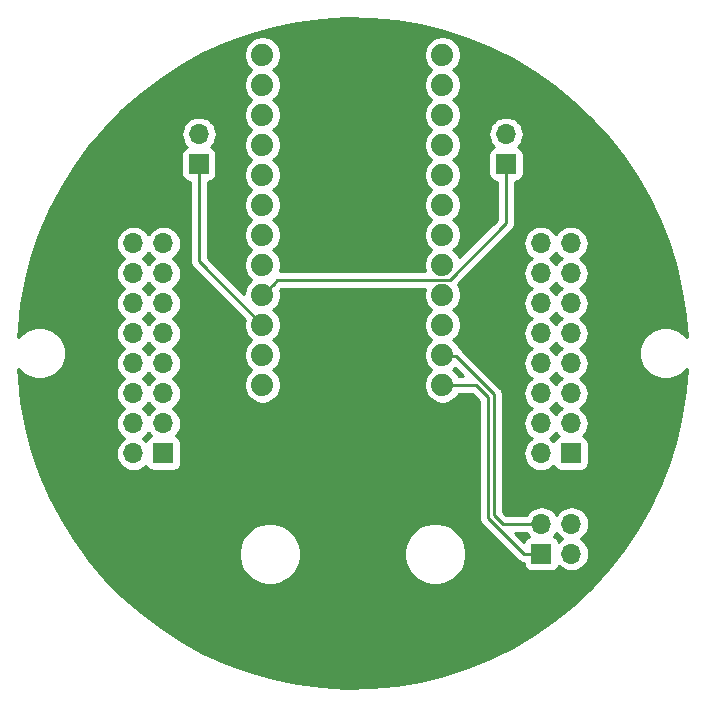
<source format=gbl>
G04 #@! TF.GenerationSoftware,KiCad,Pcbnew,(5.1.4)-1*
G04 #@! TF.CreationDate,2021-04-23T00:03:44+10:00*
G04 #@! TF.ProjectId,wheel-hub-io-v1,77686565-6c2d-4687-9562-2d696f2d7631,rev?*
G04 #@! TF.SameCoordinates,Original*
G04 #@! TF.FileFunction,Copper,L2,Bot*
G04 #@! TF.FilePolarity,Positive*
%FSLAX46Y46*%
G04 Gerber Fmt 4.6, Leading zero omitted, Abs format (unit mm)*
G04 Created by KiCad (PCBNEW (5.1.4)-1) date 2021-04-23 00:03:44*
%MOMM*%
%LPD*%
G04 APERTURE LIST*
%ADD10C,1.879600*%
%ADD11R,1.700000X1.700000*%
%ADD12O,1.700000X1.700000*%
%ADD13C,0.250000*%
%ADD14C,0.254000*%
G04 APERTURE END LIST*
D10*
X62380000Y-102700000D03*
X62380000Y-100160000D03*
X62380000Y-97620000D03*
X62380000Y-95080000D03*
X62380000Y-92540000D03*
X62380000Y-90000000D03*
X62380000Y-87460000D03*
X62380000Y-84920000D03*
X62380000Y-82380000D03*
X62380000Y-79840000D03*
X62380000Y-77300000D03*
X62380000Y-74760000D03*
X77620000Y-74760000D03*
X77620000Y-77300000D03*
X77620000Y-79840000D03*
X77620000Y-82380000D03*
X77620000Y-84920000D03*
X77620000Y-87460000D03*
X77620000Y-90000000D03*
X77620000Y-92540000D03*
X77620000Y-95080000D03*
X77620000Y-97620000D03*
X77620000Y-100160000D03*
X77620000Y-102700000D03*
D11*
X86000000Y-117000000D03*
D12*
X86000000Y-114460000D03*
X88540000Y-117000000D03*
X88540000Y-114460000D03*
D11*
X54000000Y-108500000D03*
D12*
X51460000Y-108500000D03*
X54000000Y-105960000D03*
X51460000Y-105960000D03*
X54000000Y-103420000D03*
X51460000Y-103420000D03*
X54000000Y-100880000D03*
X51460000Y-100880000D03*
X54000000Y-98340000D03*
X51460000Y-98340000D03*
X54000000Y-95800000D03*
X51460000Y-95800000D03*
X54000000Y-93260000D03*
X51460000Y-93260000D03*
X54000000Y-90720000D03*
X51460000Y-90720000D03*
D11*
X88500000Y-108500000D03*
D12*
X85960000Y-108500000D03*
X88500000Y-105960000D03*
X85960000Y-105960000D03*
X88500000Y-103420000D03*
X85960000Y-103420000D03*
X88500000Y-100880000D03*
X85960000Y-100880000D03*
X88500000Y-98340000D03*
X85960000Y-98340000D03*
X88500000Y-95800000D03*
X85960000Y-95800000D03*
X88500000Y-93260000D03*
X85960000Y-93260000D03*
X88500000Y-90720000D03*
X85960000Y-90720000D03*
D11*
X83000000Y-84000000D03*
D12*
X83000000Y-81460000D03*
D11*
X57000000Y-84000000D03*
D12*
X57000000Y-81460000D03*
D13*
X57000000Y-92240000D02*
X62380000Y-97620000D01*
X57000000Y-84000000D02*
X57000000Y-92240000D01*
X63319799Y-94140201D02*
X62380000Y-95080000D01*
X63655199Y-93804801D02*
X63319799Y-94140201D01*
X78227105Y-93804801D02*
X63655199Y-93804801D01*
X83000000Y-89031906D02*
X78227105Y-93804801D01*
X83000000Y-84000000D02*
X83000000Y-89031906D01*
X80450000Y-102700000D02*
X77620000Y-102700000D01*
X81500000Y-103750000D02*
X80450000Y-102700000D01*
X81500000Y-114000000D02*
X81500000Y-103750000D01*
X86000000Y-117000000D02*
X84500000Y-117000000D01*
X84500000Y-117000000D02*
X81500000Y-114000000D01*
X77710000Y-100250000D02*
X77620000Y-100160000D01*
X78750000Y-100250000D02*
X77710000Y-100250000D01*
X82000000Y-103500000D02*
X78750000Y-100250000D01*
X82000000Y-113750000D02*
X82000000Y-103500000D01*
X86000000Y-114460000D02*
X82710000Y-114460000D01*
X82710000Y-114460000D02*
X82000000Y-113750000D01*
D14*
G36*
X71570361Y-71703541D02*
G01*
X73655838Y-71896789D01*
X75721347Y-72243527D01*
X77755609Y-72741861D01*
X79747512Y-73389070D01*
X81686178Y-74181618D01*
X83561018Y-75115177D01*
X85361792Y-76184649D01*
X87078666Y-77384192D01*
X88702261Y-78707254D01*
X90223712Y-80146610D01*
X91634707Y-81694399D01*
X92927542Y-83342166D01*
X94095154Y-85080913D01*
X95131166Y-86901142D01*
X96029921Y-88792913D01*
X96786510Y-90745893D01*
X97396800Y-92749416D01*
X97857458Y-94792539D01*
X98165968Y-96864103D01*
X98299749Y-98670621D01*
X98236038Y-98575271D01*
X97924729Y-98263962D01*
X97558669Y-98019369D01*
X97151925Y-97850890D01*
X96720128Y-97765000D01*
X96279872Y-97765000D01*
X95848075Y-97850890D01*
X95441331Y-98019369D01*
X95075271Y-98263962D01*
X94763962Y-98575271D01*
X94519369Y-98941331D01*
X94350890Y-99348075D01*
X94265000Y-99779872D01*
X94265000Y-100220128D01*
X94350890Y-100651925D01*
X94519369Y-101058669D01*
X94763962Y-101424729D01*
X95075271Y-101736038D01*
X95441331Y-101980631D01*
X95848075Y-102149110D01*
X96279872Y-102235000D01*
X96720128Y-102235000D01*
X97151925Y-102149110D01*
X97558669Y-101980631D01*
X97924729Y-101736038D01*
X98236038Y-101424729D01*
X98299749Y-101329379D01*
X98165968Y-103135897D01*
X97857458Y-105207461D01*
X97396800Y-107250584D01*
X96786510Y-109254107D01*
X96029921Y-111207087D01*
X95131166Y-113098858D01*
X94095154Y-114919087D01*
X92927542Y-116657834D01*
X91634707Y-118305601D01*
X90223712Y-119853390D01*
X88702261Y-121292746D01*
X87078666Y-122615808D01*
X85361792Y-123815351D01*
X83561018Y-124884823D01*
X81686178Y-125818382D01*
X79747512Y-126610930D01*
X77755609Y-127258139D01*
X75721347Y-127756473D01*
X73655838Y-128103211D01*
X71570361Y-128296459D01*
X69476308Y-128335161D01*
X67385115Y-128219107D01*
X65308203Y-127948929D01*
X63256917Y-127526104D01*
X61242458Y-126952942D01*
X59275831Y-126232571D01*
X57367775Y-125368928D01*
X55528712Y-124366728D01*
X53768686Y-123231445D01*
X52097310Y-121969281D01*
X50523712Y-120587127D01*
X49056487Y-119092535D01*
X47703648Y-117493665D01*
X47156424Y-116740475D01*
X60365000Y-116740475D01*
X60365000Y-117259525D01*
X60466261Y-117768601D01*
X60664893Y-118248141D01*
X60953262Y-118679715D01*
X61320285Y-119046738D01*
X61751859Y-119335107D01*
X62231399Y-119533739D01*
X62740475Y-119635000D01*
X63259525Y-119635000D01*
X63768601Y-119533739D01*
X64248141Y-119335107D01*
X64679715Y-119046738D01*
X65046738Y-118679715D01*
X65335107Y-118248141D01*
X65533739Y-117768601D01*
X65635000Y-117259525D01*
X65635000Y-116740475D01*
X74365000Y-116740475D01*
X74365000Y-117259525D01*
X74466261Y-117768601D01*
X74664893Y-118248141D01*
X74953262Y-118679715D01*
X75320285Y-119046738D01*
X75751859Y-119335107D01*
X76231399Y-119533739D01*
X76740475Y-119635000D01*
X77259525Y-119635000D01*
X77768601Y-119533739D01*
X78248141Y-119335107D01*
X78679715Y-119046738D01*
X79046738Y-118679715D01*
X79335107Y-118248141D01*
X79533739Y-117768601D01*
X79635000Y-117259525D01*
X79635000Y-116740475D01*
X79533739Y-116231399D01*
X79335107Y-115751859D01*
X79046738Y-115320285D01*
X78679715Y-114953262D01*
X78248141Y-114664893D01*
X77768601Y-114466261D01*
X77259525Y-114365000D01*
X76740475Y-114365000D01*
X76231399Y-114466261D01*
X75751859Y-114664893D01*
X75320285Y-114953262D01*
X74953262Y-115320285D01*
X74664893Y-115751859D01*
X74466261Y-116231399D01*
X74365000Y-116740475D01*
X65635000Y-116740475D01*
X65533739Y-116231399D01*
X65335107Y-115751859D01*
X65046738Y-115320285D01*
X64679715Y-114953262D01*
X64248141Y-114664893D01*
X63768601Y-114466261D01*
X63259525Y-114365000D01*
X62740475Y-114365000D01*
X62231399Y-114466261D01*
X61751859Y-114664893D01*
X61320285Y-114953262D01*
X60953262Y-115320285D01*
X60664893Y-115751859D01*
X60466261Y-116231399D01*
X60365000Y-116740475D01*
X47156424Y-116740475D01*
X46472585Y-115799251D01*
X45370019Y-114018547D01*
X44401974Y-112161278D01*
X43573737Y-110237589D01*
X42889831Y-108257985D01*
X42353991Y-106233280D01*
X41969144Y-104174530D01*
X41737392Y-102092981D01*
X41709678Y-101343487D01*
X41763962Y-101424729D01*
X42075271Y-101736038D01*
X42441331Y-101980631D01*
X42848075Y-102149110D01*
X43279872Y-102235000D01*
X43720128Y-102235000D01*
X44151925Y-102149110D01*
X44558669Y-101980631D01*
X44924729Y-101736038D01*
X45236038Y-101424729D01*
X45480631Y-101058669D01*
X45649110Y-100651925D01*
X45735000Y-100220128D01*
X45735000Y-99779872D01*
X45649110Y-99348075D01*
X45480631Y-98941331D01*
X45236038Y-98575271D01*
X44924729Y-98263962D01*
X44558669Y-98019369D01*
X44151925Y-97850890D01*
X43720128Y-97765000D01*
X43279872Y-97765000D01*
X42848075Y-97850890D01*
X42441331Y-98019369D01*
X42075271Y-98263962D01*
X41763962Y-98575271D01*
X41709678Y-98656513D01*
X41737392Y-97907019D01*
X41969144Y-95825470D01*
X42353991Y-93766720D01*
X42889831Y-91742015D01*
X43242912Y-90720000D01*
X49967815Y-90720000D01*
X49996487Y-91011111D01*
X50081401Y-91291034D01*
X50219294Y-91549014D01*
X50404866Y-91775134D01*
X50630986Y-91960706D01*
X50685791Y-91990000D01*
X50630986Y-92019294D01*
X50404866Y-92204866D01*
X50219294Y-92430986D01*
X50081401Y-92688966D01*
X49996487Y-92968889D01*
X49967815Y-93260000D01*
X49996487Y-93551111D01*
X50081401Y-93831034D01*
X50219294Y-94089014D01*
X50404866Y-94315134D01*
X50630986Y-94500706D01*
X50685791Y-94530000D01*
X50630986Y-94559294D01*
X50404866Y-94744866D01*
X50219294Y-94970986D01*
X50081401Y-95228966D01*
X49996487Y-95508889D01*
X49967815Y-95800000D01*
X49996487Y-96091111D01*
X50081401Y-96371034D01*
X50219294Y-96629014D01*
X50404866Y-96855134D01*
X50630986Y-97040706D01*
X50685791Y-97070000D01*
X50630986Y-97099294D01*
X50404866Y-97284866D01*
X50219294Y-97510986D01*
X50081401Y-97768966D01*
X49996487Y-98048889D01*
X49967815Y-98340000D01*
X49996487Y-98631111D01*
X50081401Y-98911034D01*
X50219294Y-99169014D01*
X50404866Y-99395134D01*
X50630986Y-99580706D01*
X50685791Y-99610000D01*
X50630986Y-99639294D01*
X50404866Y-99824866D01*
X50219294Y-100050986D01*
X50081401Y-100308966D01*
X49996487Y-100588889D01*
X49967815Y-100880000D01*
X49996487Y-101171111D01*
X50081401Y-101451034D01*
X50219294Y-101709014D01*
X50404866Y-101935134D01*
X50630986Y-102120706D01*
X50685791Y-102150000D01*
X50630986Y-102179294D01*
X50404866Y-102364866D01*
X50219294Y-102590986D01*
X50081401Y-102848966D01*
X49996487Y-103128889D01*
X49967815Y-103420000D01*
X49996487Y-103711111D01*
X50081401Y-103991034D01*
X50219294Y-104249014D01*
X50404866Y-104475134D01*
X50630986Y-104660706D01*
X50685791Y-104690000D01*
X50630986Y-104719294D01*
X50404866Y-104904866D01*
X50219294Y-105130986D01*
X50081401Y-105388966D01*
X49996487Y-105668889D01*
X49967815Y-105960000D01*
X49996487Y-106251111D01*
X50081401Y-106531034D01*
X50219294Y-106789014D01*
X50404866Y-107015134D01*
X50630986Y-107200706D01*
X50685791Y-107230000D01*
X50630986Y-107259294D01*
X50404866Y-107444866D01*
X50219294Y-107670986D01*
X50081401Y-107928966D01*
X49996487Y-108208889D01*
X49967815Y-108500000D01*
X49996487Y-108791111D01*
X50081401Y-109071034D01*
X50219294Y-109329014D01*
X50404866Y-109555134D01*
X50630986Y-109740706D01*
X50888966Y-109878599D01*
X51168889Y-109963513D01*
X51387050Y-109985000D01*
X51532950Y-109985000D01*
X51751111Y-109963513D01*
X52031034Y-109878599D01*
X52289014Y-109740706D01*
X52515134Y-109555134D01*
X52539607Y-109525313D01*
X52560498Y-109594180D01*
X52619463Y-109704494D01*
X52698815Y-109801185D01*
X52795506Y-109880537D01*
X52905820Y-109939502D01*
X53025518Y-109975812D01*
X53150000Y-109988072D01*
X54850000Y-109988072D01*
X54974482Y-109975812D01*
X55094180Y-109939502D01*
X55204494Y-109880537D01*
X55301185Y-109801185D01*
X55380537Y-109704494D01*
X55439502Y-109594180D01*
X55475812Y-109474482D01*
X55488072Y-109350000D01*
X55488072Y-107650000D01*
X55475812Y-107525518D01*
X55439502Y-107405820D01*
X55380537Y-107295506D01*
X55301185Y-107198815D01*
X55204494Y-107119463D01*
X55094180Y-107060498D01*
X55025313Y-107039607D01*
X55055134Y-107015134D01*
X55240706Y-106789014D01*
X55378599Y-106531034D01*
X55463513Y-106251111D01*
X55492185Y-105960000D01*
X55463513Y-105668889D01*
X55378599Y-105388966D01*
X55240706Y-105130986D01*
X55055134Y-104904866D01*
X54829014Y-104719294D01*
X54774209Y-104690000D01*
X54829014Y-104660706D01*
X55055134Y-104475134D01*
X55240706Y-104249014D01*
X55378599Y-103991034D01*
X55463513Y-103711111D01*
X55492185Y-103420000D01*
X55463513Y-103128889D01*
X55378599Y-102848966D01*
X55240706Y-102590986D01*
X55055134Y-102364866D01*
X54829014Y-102179294D01*
X54774209Y-102150000D01*
X54829014Y-102120706D01*
X55055134Y-101935134D01*
X55240706Y-101709014D01*
X55378599Y-101451034D01*
X55463513Y-101171111D01*
X55492185Y-100880000D01*
X55463513Y-100588889D01*
X55378599Y-100308966D01*
X55240706Y-100050986D01*
X55055134Y-99824866D01*
X54829014Y-99639294D01*
X54774209Y-99610000D01*
X54829014Y-99580706D01*
X55055134Y-99395134D01*
X55240706Y-99169014D01*
X55378599Y-98911034D01*
X55463513Y-98631111D01*
X55492185Y-98340000D01*
X55463513Y-98048889D01*
X55378599Y-97768966D01*
X55240706Y-97510986D01*
X55055134Y-97284866D01*
X54829014Y-97099294D01*
X54774209Y-97070000D01*
X54829014Y-97040706D01*
X55055134Y-96855134D01*
X55240706Y-96629014D01*
X55378599Y-96371034D01*
X55463513Y-96091111D01*
X55492185Y-95800000D01*
X55463513Y-95508889D01*
X55378599Y-95228966D01*
X55240706Y-94970986D01*
X55055134Y-94744866D01*
X54829014Y-94559294D01*
X54774209Y-94530000D01*
X54829014Y-94500706D01*
X55055134Y-94315134D01*
X55240706Y-94089014D01*
X55378599Y-93831034D01*
X55463513Y-93551111D01*
X55492185Y-93260000D01*
X55463513Y-92968889D01*
X55378599Y-92688966D01*
X55240706Y-92430986D01*
X55055134Y-92204866D01*
X54829014Y-92019294D01*
X54774209Y-91990000D01*
X54829014Y-91960706D01*
X55055134Y-91775134D01*
X55240706Y-91549014D01*
X55378599Y-91291034D01*
X55463513Y-91011111D01*
X55492185Y-90720000D01*
X55463513Y-90428889D01*
X55378599Y-90148966D01*
X55240706Y-89890986D01*
X55055134Y-89664866D01*
X54829014Y-89479294D01*
X54571034Y-89341401D01*
X54291111Y-89256487D01*
X54072950Y-89235000D01*
X53927050Y-89235000D01*
X53708889Y-89256487D01*
X53428966Y-89341401D01*
X53170986Y-89479294D01*
X52944866Y-89664866D01*
X52759294Y-89890986D01*
X52730000Y-89945791D01*
X52700706Y-89890986D01*
X52515134Y-89664866D01*
X52289014Y-89479294D01*
X52031034Y-89341401D01*
X51751111Y-89256487D01*
X51532950Y-89235000D01*
X51387050Y-89235000D01*
X51168889Y-89256487D01*
X50888966Y-89341401D01*
X50630986Y-89479294D01*
X50404866Y-89664866D01*
X50219294Y-89890986D01*
X50081401Y-90148966D01*
X49996487Y-90428889D01*
X49967815Y-90720000D01*
X43242912Y-90720000D01*
X43573737Y-89762411D01*
X44401974Y-87838722D01*
X45370019Y-85981453D01*
X46472585Y-84200749D01*
X47703648Y-82506335D01*
X48588975Y-81460000D01*
X55507815Y-81460000D01*
X55536487Y-81751111D01*
X55621401Y-82031034D01*
X55759294Y-82289014D01*
X55944866Y-82515134D01*
X55974687Y-82539607D01*
X55905820Y-82560498D01*
X55795506Y-82619463D01*
X55698815Y-82698815D01*
X55619463Y-82795506D01*
X55560498Y-82905820D01*
X55524188Y-83025518D01*
X55511928Y-83150000D01*
X55511928Y-84850000D01*
X55524188Y-84974482D01*
X55560498Y-85094180D01*
X55619463Y-85204494D01*
X55698815Y-85301185D01*
X55795506Y-85380537D01*
X55905820Y-85439502D01*
X56025518Y-85475812D01*
X56150000Y-85488072D01*
X56240000Y-85488072D01*
X56240001Y-92202668D01*
X56236324Y-92240000D01*
X56250998Y-92388985D01*
X56294454Y-92532246D01*
X56365026Y-92664276D01*
X56436201Y-92751002D01*
X56460000Y-92780001D01*
X56488998Y-92803799D01*
X60862421Y-97177223D01*
X60805200Y-97464896D01*
X60805200Y-97775104D01*
X60865718Y-98079352D01*
X60984430Y-98365948D01*
X61156773Y-98623877D01*
X61376123Y-98843227D01*
X61446124Y-98890000D01*
X61376123Y-98936773D01*
X61156773Y-99156123D01*
X60984430Y-99414052D01*
X60865718Y-99700648D01*
X60805200Y-100004896D01*
X60805200Y-100315104D01*
X60865718Y-100619352D01*
X60984430Y-100905948D01*
X61156773Y-101163877D01*
X61376123Y-101383227D01*
X61446124Y-101430000D01*
X61376123Y-101476773D01*
X61156773Y-101696123D01*
X60984430Y-101954052D01*
X60865718Y-102240648D01*
X60805200Y-102544896D01*
X60805200Y-102855104D01*
X60865718Y-103159352D01*
X60984430Y-103445948D01*
X61156773Y-103703877D01*
X61376123Y-103923227D01*
X61634052Y-104095570D01*
X61920648Y-104214282D01*
X62224896Y-104274800D01*
X62535104Y-104274800D01*
X62839352Y-104214282D01*
X63125948Y-104095570D01*
X63383877Y-103923227D01*
X63603227Y-103703877D01*
X63775570Y-103445948D01*
X63894282Y-103159352D01*
X63954800Y-102855104D01*
X63954800Y-102544896D01*
X63894282Y-102240648D01*
X63775570Y-101954052D01*
X63603227Y-101696123D01*
X63383877Y-101476773D01*
X63313876Y-101430000D01*
X63383877Y-101383227D01*
X63603227Y-101163877D01*
X63775570Y-100905948D01*
X63894282Y-100619352D01*
X63954800Y-100315104D01*
X63954800Y-100004896D01*
X63894282Y-99700648D01*
X63775570Y-99414052D01*
X63603227Y-99156123D01*
X63383877Y-98936773D01*
X63313876Y-98890000D01*
X63383877Y-98843227D01*
X63603227Y-98623877D01*
X63775570Y-98365948D01*
X63894282Y-98079352D01*
X63954800Y-97775104D01*
X63954800Y-97464896D01*
X63894282Y-97160648D01*
X63775570Y-96874052D01*
X63603227Y-96616123D01*
X63383877Y-96396773D01*
X63313876Y-96350000D01*
X63383877Y-96303227D01*
X63603227Y-96083877D01*
X63775570Y-95825948D01*
X63894282Y-95539352D01*
X63954800Y-95235104D01*
X63954800Y-94924896D01*
X63897579Y-94637222D01*
X63970000Y-94564801D01*
X76128851Y-94564801D01*
X76105718Y-94620648D01*
X76045200Y-94924896D01*
X76045200Y-95235104D01*
X76105718Y-95539352D01*
X76224430Y-95825948D01*
X76396773Y-96083877D01*
X76616123Y-96303227D01*
X76686124Y-96350000D01*
X76616123Y-96396773D01*
X76396773Y-96616123D01*
X76224430Y-96874052D01*
X76105718Y-97160648D01*
X76045200Y-97464896D01*
X76045200Y-97775104D01*
X76105718Y-98079352D01*
X76224430Y-98365948D01*
X76396773Y-98623877D01*
X76616123Y-98843227D01*
X76686124Y-98890000D01*
X76616123Y-98936773D01*
X76396773Y-99156123D01*
X76224430Y-99414052D01*
X76105718Y-99700648D01*
X76045200Y-100004896D01*
X76045200Y-100315104D01*
X76105718Y-100619352D01*
X76224430Y-100905948D01*
X76396773Y-101163877D01*
X76616123Y-101383227D01*
X76686124Y-101430000D01*
X76616123Y-101476773D01*
X76396773Y-101696123D01*
X76224430Y-101954052D01*
X76105718Y-102240648D01*
X76045200Y-102544896D01*
X76045200Y-102855104D01*
X76105718Y-103159352D01*
X76224430Y-103445948D01*
X76396773Y-103703877D01*
X76616123Y-103923227D01*
X76874052Y-104095570D01*
X77160648Y-104214282D01*
X77464896Y-104274800D01*
X77775104Y-104274800D01*
X78079352Y-104214282D01*
X78365948Y-104095570D01*
X78623877Y-103923227D01*
X78843227Y-103703877D01*
X79006181Y-103460000D01*
X80135199Y-103460000D01*
X80740001Y-104064803D01*
X80740000Y-113962678D01*
X80736324Y-114000000D01*
X80740000Y-114037322D01*
X80740000Y-114037332D01*
X80750997Y-114148985D01*
X80793773Y-114290001D01*
X80794454Y-114292246D01*
X80865026Y-114424276D01*
X80890689Y-114455546D01*
X80959999Y-114540001D01*
X80989003Y-114563804D01*
X83936201Y-117511003D01*
X83959999Y-117540001D01*
X84075724Y-117634974D01*
X84207753Y-117705546D01*
X84351014Y-117749003D01*
X84462667Y-117760000D01*
X84462675Y-117760000D01*
X84500000Y-117763676D01*
X84511928Y-117762501D01*
X84511928Y-117850000D01*
X84524188Y-117974482D01*
X84560498Y-118094180D01*
X84619463Y-118204494D01*
X84698815Y-118301185D01*
X84795506Y-118380537D01*
X84905820Y-118439502D01*
X85025518Y-118475812D01*
X85150000Y-118488072D01*
X86850000Y-118488072D01*
X86974482Y-118475812D01*
X87094180Y-118439502D01*
X87204494Y-118380537D01*
X87301185Y-118301185D01*
X87380537Y-118204494D01*
X87439502Y-118094180D01*
X87460393Y-118025313D01*
X87484866Y-118055134D01*
X87710986Y-118240706D01*
X87968966Y-118378599D01*
X88248889Y-118463513D01*
X88467050Y-118485000D01*
X88612950Y-118485000D01*
X88831111Y-118463513D01*
X89111034Y-118378599D01*
X89369014Y-118240706D01*
X89595134Y-118055134D01*
X89780706Y-117829014D01*
X89918599Y-117571034D01*
X90003513Y-117291111D01*
X90032185Y-117000000D01*
X90003513Y-116708889D01*
X89918599Y-116428966D01*
X89780706Y-116170986D01*
X89595134Y-115944866D01*
X89369014Y-115759294D01*
X89314209Y-115730000D01*
X89369014Y-115700706D01*
X89595134Y-115515134D01*
X89780706Y-115289014D01*
X89918599Y-115031034D01*
X90003513Y-114751111D01*
X90032185Y-114460000D01*
X90003513Y-114168889D01*
X89918599Y-113888966D01*
X89780706Y-113630986D01*
X89595134Y-113404866D01*
X89369014Y-113219294D01*
X89111034Y-113081401D01*
X88831111Y-112996487D01*
X88612950Y-112975000D01*
X88467050Y-112975000D01*
X88248889Y-112996487D01*
X87968966Y-113081401D01*
X87710986Y-113219294D01*
X87484866Y-113404866D01*
X87299294Y-113630986D01*
X87270000Y-113685791D01*
X87240706Y-113630986D01*
X87055134Y-113404866D01*
X86829014Y-113219294D01*
X86571034Y-113081401D01*
X86291111Y-112996487D01*
X86072950Y-112975000D01*
X85927050Y-112975000D01*
X85708889Y-112996487D01*
X85428966Y-113081401D01*
X85170986Y-113219294D01*
X84944866Y-113404866D01*
X84759294Y-113630986D01*
X84722405Y-113700000D01*
X83024802Y-113700000D01*
X82760000Y-113435199D01*
X82760000Y-103537322D01*
X82763676Y-103499999D01*
X82760000Y-103462676D01*
X82760000Y-103462667D01*
X82749003Y-103351014D01*
X82705546Y-103207753D01*
X82655982Y-103115026D01*
X82634974Y-103075723D01*
X82563799Y-102988997D01*
X82540001Y-102959999D01*
X82511003Y-102936201D01*
X79313804Y-99739003D01*
X79290001Y-99709999D01*
X79174276Y-99615026D01*
X79077358Y-99563222D01*
X79015570Y-99414052D01*
X78843227Y-99156123D01*
X78623877Y-98936773D01*
X78553876Y-98890000D01*
X78623877Y-98843227D01*
X78843227Y-98623877D01*
X79015570Y-98365948D01*
X79134282Y-98079352D01*
X79194800Y-97775104D01*
X79194800Y-97464896D01*
X79134282Y-97160648D01*
X79015570Y-96874052D01*
X78843227Y-96616123D01*
X78623877Y-96396773D01*
X78553876Y-96350000D01*
X78623877Y-96303227D01*
X78843227Y-96083877D01*
X79015570Y-95825948D01*
X79134282Y-95539352D01*
X79194800Y-95235104D01*
X79194800Y-94924896D01*
X79134282Y-94620648D01*
X79015570Y-94334052D01*
X78918272Y-94188435D01*
X82386707Y-90720000D01*
X84467815Y-90720000D01*
X84496487Y-91011111D01*
X84581401Y-91291034D01*
X84719294Y-91549014D01*
X84904866Y-91775134D01*
X85130986Y-91960706D01*
X85185791Y-91990000D01*
X85130986Y-92019294D01*
X84904866Y-92204866D01*
X84719294Y-92430986D01*
X84581401Y-92688966D01*
X84496487Y-92968889D01*
X84467815Y-93260000D01*
X84496487Y-93551111D01*
X84581401Y-93831034D01*
X84719294Y-94089014D01*
X84904866Y-94315134D01*
X85130986Y-94500706D01*
X85185791Y-94530000D01*
X85130986Y-94559294D01*
X84904866Y-94744866D01*
X84719294Y-94970986D01*
X84581401Y-95228966D01*
X84496487Y-95508889D01*
X84467815Y-95800000D01*
X84496487Y-96091111D01*
X84581401Y-96371034D01*
X84719294Y-96629014D01*
X84904866Y-96855134D01*
X85130986Y-97040706D01*
X85185791Y-97070000D01*
X85130986Y-97099294D01*
X84904866Y-97284866D01*
X84719294Y-97510986D01*
X84581401Y-97768966D01*
X84496487Y-98048889D01*
X84467815Y-98340000D01*
X84496487Y-98631111D01*
X84581401Y-98911034D01*
X84719294Y-99169014D01*
X84904866Y-99395134D01*
X85130986Y-99580706D01*
X85185791Y-99610000D01*
X85130986Y-99639294D01*
X84904866Y-99824866D01*
X84719294Y-100050986D01*
X84581401Y-100308966D01*
X84496487Y-100588889D01*
X84467815Y-100880000D01*
X84496487Y-101171111D01*
X84581401Y-101451034D01*
X84719294Y-101709014D01*
X84904866Y-101935134D01*
X85130986Y-102120706D01*
X85185791Y-102150000D01*
X85130986Y-102179294D01*
X84904866Y-102364866D01*
X84719294Y-102590986D01*
X84581401Y-102848966D01*
X84496487Y-103128889D01*
X84467815Y-103420000D01*
X84496487Y-103711111D01*
X84581401Y-103991034D01*
X84719294Y-104249014D01*
X84904866Y-104475134D01*
X85130986Y-104660706D01*
X85185791Y-104690000D01*
X85130986Y-104719294D01*
X84904866Y-104904866D01*
X84719294Y-105130986D01*
X84581401Y-105388966D01*
X84496487Y-105668889D01*
X84467815Y-105960000D01*
X84496487Y-106251111D01*
X84581401Y-106531034D01*
X84719294Y-106789014D01*
X84904866Y-107015134D01*
X85130986Y-107200706D01*
X85185791Y-107230000D01*
X85130986Y-107259294D01*
X84904866Y-107444866D01*
X84719294Y-107670986D01*
X84581401Y-107928966D01*
X84496487Y-108208889D01*
X84467815Y-108500000D01*
X84496487Y-108791111D01*
X84581401Y-109071034D01*
X84719294Y-109329014D01*
X84904866Y-109555134D01*
X85130986Y-109740706D01*
X85388966Y-109878599D01*
X85668889Y-109963513D01*
X85887050Y-109985000D01*
X86032950Y-109985000D01*
X86251111Y-109963513D01*
X86531034Y-109878599D01*
X86789014Y-109740706D01*
X87015134Y-109555134D01*
X87039607Y-109525313D01*
X87060498Y-109594180D01*
X87119463Y-109704494D01*
X87198815Y-109801185D01*
X87295506Y-109880537D01*
X87405820Y-109939502D01*
X87525518Y-109975812D01*
X87650000Y-109988072D01*
X89350000Y-109988072D01*
X89474482Y-109975812D01*
X89594180Y-109939502D01*
X89704494Y-109880537D01*
X89801185Y-109801185D01*
X89880537Y-109704494D01*
X89939502Y-109594180D01*
X89975812Y-109474482D01*
X89988072Y-109350000D01*
X89988072Y-107650000D01*
X89975812Y-107525518D01*
X89939502Y-107405820D01*
X89880537Y-107295506D01*
X89801185Y-107198815D01*
X89704494Y-107119463D01*
X89594180Y-107060498D01*
X89525313Y-107039607D01*
X89555134Y-107015134D01*
X89740706Y-106789014D01*
X89878599Y-106531034D01*
X89963513Y-106251111D01*
X89992185Y-105960000D01*
X89963513Y-105668889D01*
X89878599Y-105388966D01*
X89740706Y-105130986D01*
X89555134Y-104904866D01*
X89329014Y-104719294D01*
X89274209Y-104690000D01*
X89329014Y-104660706D01*
X89555134Y-104475134D01*
X89740706Y-104249014D01*
X89878599Y-103991034D01*
X89963513Y-103711111D01*
X89992185Y-103420000D01*
X89963513Y-103128889D01*
X89878599Y-102848966D01*
X89740706Y-102590986D01*
X89555134Y-102364866D01*
X89329014Y-102179294D01*
X89274209Y-102150000D01*
X89329014Y-102120706D01*
X89555134Y-101935134D01*
X89740706Y-101709014D01*
X89878599Y-101451034D01*
X89963513Y-101171111D01*
X89992185Y-100880000D01*
X89963513Y-100588889D01*
X89878599Y-100308966D01*
X89740706Y-100050986D01*
X89555134Y-99824866D01*
X89329014Y-99639294D01*
X89274209Y-99610000D01*
X89329014Y-99580706D01*
X89555134Y-99395134D01*
X89740706Y-99169014D01*
X89878599Y-98911034D01*
X89963513Y-98631111D01*
X89992185Y-98340000D01*
X89963513Y-98048889D01*
X89878599Y-97768966D01*
X89740706Y-97510986D01*
X89555134Y-97284866D01*
X89329014Y-97099294D01*
X89274209Y-97070000D01*
X89329014Y-97040706D01*
X89555134Y-96855134D01*
X89740706Y-96629014D01*
X89878599Y-96371034D01*
X89963513Y-96091111D01*
X89992185Y-95800000D01*
X89963513Y-95508889D01*
X89878599Y-95228966D01*
X89740706Y-94970986D01*
X89555134Y-94744866D01*
X89329014Y-94559294D01*
X89274209Y-94530000D01*
X89329014Y-94500706D01*
X89555134Y-94315134D01*
X89740706Y-94089014D01*
X89878599Y-93831034D01*
X89963513Y-93551111D01*
X89992185Y-93260000D01*
X89963513Y-92968889D01*
X89878599Y-92688966D01*
X89740706Y-92430986D01*
X89555134Y-92204866D01*
X89329014Y-92019294D01*
X89274209Y-91990000D01*
X89329014Y-91960706D01*
X89555134Y-91775134D01*
X89740706Y-91549014D01*
X89878599Y-91291034D01*
X89963513Y-91011111D01*
X89992185Y-90720000D01*
X89963513Y-90428889D01*
X89878599Y-90148966D01*
X89740706Y-89890986D01*
X89555134Y-89664866D01*
X89329014Y-89479294D01*
X89071034Y-89341401D01*
X88791111Y-89256487D01*
X88572950Y-89235000D01*
X88427050Y-89235000D01*
X88208889Y-89256487D01*
X87928966Y-89341401D01*
X87670986Y-89479294D01*
X87444866Y-89664866D01*
X87259294Y-89890986D01*
X87230000Y-89945791D01*
X87200706Y-89890986D01*
X87015134Y-89664866D01*
X86789014Y-89479294D01*
X86531034Y-89341401D01*
X86251111Y-89256487D01*
X86032950Y-89235000D01*
X85887050Y-89235000D01*
X85668889Y-89256487D01*
X85388966Y-89341401D01*
X85130986Y-89479294D01*
X84904866Y-89664866D01*
X84719294Y-89890986D01*
X84581401Y-90148966D01*
X84496487Y-90428889D01*
X84467815Y-90720000D01*
X82386707Y-90720000D01*
X83511003Y-89595705D01*
X83540001Y-89571907D01*
X83634974Y-89456182D01*
X83705546Y-89324153D01*
X83749003Y-89180892D01*
X83760000Y-89069239D01*
X83760000Y-89069229D01*
X83763676Y-89031906D01*
X83760000Y-88994583D01*
X83760000Y-85488072D01*
X83850000Y-85488072D01*
X83974482Y-85475812D01*
X84094180Y-85439502D01*
X84204494Y-85380537D01*
X84301185Y-85301185D01*
X84380537Y-85204494D01*
X84439502Y-85094180D01*
X84475812Y-84974482D01*
X84488072Y-84850000D01*
X84488072Y-83150000D01*
X84475812Y-83025518D01*
X84439502Y-82905820D01*
X84380537Y-82795506D01*
X84301185Y-82698815D01*
X84204494Y-82619463D01*
X84094180Y-82560498D01*
X84025313Y-82539607D01*
X84055134Y-82515134D01*
X84240706Y-82289014D01*
X84378599Y-82031034D01*
X84463513Y-81751111D01*
X84492185Y-81460000D01*
X84463513Y-81168889D01*
X84378599Y-80888966D01*
X84240706Y-80630986D01*
X84055134Y-80404866D01*
X83829014Y-80219294D01*
X83571034Y-80081401D01*
X83291111Y-79996487D01*
X83072950Y-79975000D01*
X82927050Y-79975000D01*
X82708889Y-79996487D01*
X82428966Y-80081401D01*
X82170986Y-80219294D01*
X81944866Y-80404866D01*
X81759294Y-80630986D01*
X81621401Y-80888966D01*
X81536487Y-81168889D01*
X81507815Y-81460000D01*
X81536487Y-81751111D01*
X81621401Y-82031034D01*
X81759294Y-82289014D01*
X81944866Y-82515134D01*
X81974687Y-82539607D01*
X81905820Y-82560498D01*
X81795506Y-82619463D01*
X81698815Y-82698815D01*
X81619463Y-82795506D01*
X81560498Y-82905820D01*
X81524188Y-83025518D01*
X81511928Y-83150000D01*
X81511928Y-84850000D01*
X81524188Y-84974482D01*
X81560498Y-85094180D01*
X81619463Y-85204494D01*
X81698815Y-85301185D01*
X81795506Y-85380537D01*
X81905820Y-85439502D01*
X82025518Y-85475812D01*
X82150000Y-85488072D01*
X82240000Y-85488072D01*
X82240001Y-88717103D01*
X79058767Y-91898338D01*
X79015570Y-91794052D01*
X78843227Y-91536123D01*
X78623877Y-91316773D01*
X78553876Y-91270000D01*
X78623877Y-91223227D01*
X78843227Y-91003877D01*
X79015570Y-90745948D01*
X79134282Y-90459352D01*
X79194800Y-90155104D01*
X79194800Y-89844896D01*
X79134282Y-89540648D01*
X79015570Y-89254052D01*
X78843227Y-88996123D01*
X78623877Y-88776773D01*
X78553876Y-88730000D01*
X78623877Y-88683227D01*
X78843227Y-88463877D01*
X79015570Y-88205948D01*
X79134282Y-87919352D01*
X79194800Y-87615104D01*
X79194800Y-87304896D01*
X79134282Y-87000648D01*
X79015570Y-86714052D01*
X78843227Y-86456123D01*
X78623877Y-86236773D01*
X78553876Y-86190000D01*
X78623877Y-86143227D01*
X78843227Y-85923877D01*
X79015570Y-85665948D01*
X79134282Y-85379352D01*
X79194800Y-85075104D01*
X79194800Y-84764896D01*
X79134282Y-84460648D01*
X79015570Y-84174052D01*
X78843227Y-83916123D01*
X78623877Y-83696773D01*
X78553876Y-83650000D01*
X78623877Y-83603227D01*
X78843227Y-83383877D01*
X79015570Y-83125948D01*
X79134282Y-82839352D01*
X79194800Y-82535104D01*
X79194800Y-82224896D01*
X79134282Y-81920648D01*
X79015570Y-81634052D01*
X78843227Y-81376123D01*
X78623877Y-81156773D01*
X78553876Y-81110000D01*
X78623877Y-81063227D01*
X78843227Y-80843877D01*
X79015570Y-80585948D01*
X79134282Y-80299352D01*
X79194800Y-79995104D01*
X79194800Y-79684896D01*
X79134282Y-79380648D01*
X79015570Y-79094052D01*
X78843227Y-78836123D01*
X78623877Y-78616773D01*
X78553876Y-78570000D01*
X78623877Y-78523227D01*
X78843227Y-78303877D01*
X79015570Y-78045948D01*
X79134282Y-77759352D01*
X79194800Y-77455104D01*
X79194800Y-77144896D01*
X79134282Y-76840648D01*
X79015570Y-76554052D01*
X78843227Y-76296123D01*
X78623877Y-76076773D01*
X78553876Y-76030000D01*
X78623877Y-75983227D01*
X78843227Y-75763877D01*
X79015570Y-75505948D01*
X79134282Y-75219352D01*
X79194800Y-74915104D01*
X79194800Y-74604896D01*
X79134282Y-74300648D01*
X79015570Y-74014052D01*
X78843227Y-73756123D01*
X78623877Y-73536773D01*
X78365948Y-73364430D01*
X78079352Y-73245718D01*
X77775104Y-73185200D01*
X77464896Y-73185200D01*
X77160648Y-73245718D01*
X76874052Y-73364430D01*
X76616123Y-73536773D01*
X76396773Y-73756123D01*
X76224430Y-74014052D01*
X76105718Y-74300648D01*
X76045200Y-74604896D01*
X76045200Y-74915104D01*
X76105718Y-75219352D01*
X76224430Y-75505948D01*
X76396773Y-75763877D01*
X76616123Y-75983227D01*
X76686124Y-76030000D01*
X76616123Y-76076773D01*
X76396773Y-76296123D01*
X76224430Y-76554052D01*
X76105718Y-76840648D01*
X76045200Y-77144896D01*
X76045200Y-77455104D01*
X76105718Y-77759352D01*
X76224430Y-78045948D01*
X76396773Y-78303877D01*
X76616123Y-78523227D01*
X76686124Y-78570000D01*
X76616123Y-78616773D01*
X76396773Y-78836123D01*
X76224430Y-79094052D01*
X76105718Y-79380648D01*
X76045200Y-79684896D01*
X76045200Y-79995104D01*
X76105718Y-80299352D01*
X76224430Y-80585948D01*
X76396773Y-80843877D01*
X76616123Y-81063227D01*
X76686124Y-81110000D01*
X76616123Y-81156773D01*
X76396773Y-81376123D01*
X76224430Y-81634052D01*
X76105718Y-81920648D01*
X76045200Y-82224896D01*
X76045200Y-82535104D01*
X76105718Y-82839352D01*
X76224430Y-83125948D01*
X76396773Y-83383877D01*
X76616123Y-83603227D01*
X76686124Y-83650000D01*
X76616123Y-83696773D01*
X76396773Y-83916123D01*
X76224430Y-84174052D01*
X76105718Y-84460648D01*
X76045200Y-84764896D01*
X76045200Y-85075104D01*
X76105718Y-85379352D01*
X76224430Y-85665948D01*
X76396773Y-85923877D01*
X76616123Y-86143227D01*
X76686124Y-86190000D01*
X76616123Y-86236773D01*
X76396773Y-86456123D01*
X76224430Y-86714052D01*
X76105718Y-87000648D01*
X76045200Y-87304896D01*
X76045200Y-87615104D01*
X76105718Y-87919352D01*
X76224430Y-88205948D01*
X76396773Y-88463877D01*
X76616123Y-88683227D01*
X76686124Y-88730000D01*
X76616123Y-88776773D01*
X76396773Y-88996123D01*
X76224430Y-89254052D01*
X76105718Y-89540648D01*
X76045200Y-89844896D01*
X76045200Y-90155104D01*
X76105718Y-90459352D01*
X76224430Y-90745948D01*
X76396773Y-91003877D01*
X76616123Y-91223227D01*
X76686124Y-91270000D01*
X76616123Y-91316773D01*
X76396773Y-91536123D01*
X76224430Y-91794052D01*
X76105718Y-92080648D01*
X76045200Y-92384896D01*
X76045200Y-92695104D01*
X76105718Y-92999352D01*
X76124544Y-93044801D01*
X63875456Y-93044801D01*
X63894282Y-92999352D01*
X63954800Y-92695104D01*
X63954800Y-92384896D01*
X63894282Y-92080648D01*
X63775570Y-91794052D01*
X63603227Y-91536123D01*
X63383877Y-91316773D01*
X63313876Y-91270000D01*
X63383877Y-91223227D01*
X63603227Y-91003877D01*
X63775570Y-90745948D01*
X63894282Y-90459352D01*
X63954800Y-90155104D01*
X63954800Y-89844896D01*
X63894282Y-89540648D01*
X63775570Y-89254052D01*
X63603227Y-88996123D01*
X63383877Y-88776773D01*
X63313876Y-88730000D01*
X63383877Y-88683227D01*
X63603227Y-88463877D01*
X63775570Y-88205948D01*
X63894282Y-87919352D01*
X63954800Y-87615104D01*
X63954800Y-87304896D01*
X63894282Y-87000648D01*
X63775570Y-86714052D01*
X63603227Y-86456123D01*
X63383877Y-86236773D01*
X63313876Y-86190000D01*
X63383877Y-86143227D01*
X63603227Y-85923877D01*
X63775570Y-85665948D01*
X63894282Y-85379352D01*
X63954800Y-85075104D01*
X63954800Y-84764896D01*
X63894282Y-84460648D01*
X63775570Y-84174052D01*
X63603227Y-83916123D01*
X63383877Y-83696773D01*
X63313876Y-83650000D01*
X63383877Y-83603227D01*
X63603227Y-83383877D01*
X63775570Y-83125948D01*
X63894282Y-82839352D01*
X63954800Y-82535104D01*
X63954800Y-82224896D01*
X63894282Y-81920648D01*
X63775570Y-81634052D01*
X63603227Y-81376123D01*
X63383877Y-81156773D01*
X63313876Y-81110000D01*
X63383877Y-81063227D01*
X63603227Y-80843877D01*
X63775570Y-80585948D01*
X63894282Y-80299352D01*
X63954800Y-79995104D01*
X63954800Y-79684896D01*
X63894282Y-79380648D01*
X63775570Y-79094052D01*
X63603227Y-78836123D01*
X63383877Y-78616773D01*
X63313876Y-78570000D01*
X63383877Y-78523227D01*
X63603227Y-78303877D01*
X63775570Y-78045948D01*
X63894282Y-77759352D01*
X63954800Y-77455104D01*
X63954800Y-77144896D01*
X63894282Y-76840648D01*
X63775570Y-76554052D01*
X63603227Y-76296123D01*
X63383877Y-76076773D01*
X63313876Y-76030000D01*
X63383877Y-75983227D01*
X63603227Y-75763877D01*
X63775570Y-75505948D01*
X63894282Y-75219352D01*
X63954800Y-74915104D01*
X63954800Y-74604896D01*
X63894282Y-74300648D01*
X63775570Y-74014052D01*
X63603227Y-73756123D01*
X63383877Y-73536773D01*
X63125948Y-73364430D01*
X62839352Y-73245718D01*
X62535104Y-73185200D01*
X62224896Y-73185200D01*
X61920648Y-73245718D01*
X61634052Y-73364430D01*
X61376123Y-73536773D01*
X61156773Y-73756123D01*
X60984430Y-74014052D01*
X60865718Y-74300648D01*
X60805200Y-74604896D01*
X60805200Y-74915104D01*
X60865718Y-75219352D01*
X60984430Y-75505948D01*
X61156773Y-75763877D01*
X61376123Y-75983227D01*
X61446124Y-76030000D01*
X61376123Y-76076773D01*
X61156773Y-76296123D01*
X60984430Y-76554052D01*
X60865718Y-76840648D01*
X60805200Y-77144896D01*
X60805200Y-77455104D01*
X60865718Y-77759352D01*
X60984430Y-78045948D01*
X61156773Y-78303877D01*
X61376123Y-78523227D01*
X61446124Y-78570000D01*
X61376123Y-78616773D01*
X61156773Y-78836123D01*
X60984430Y-79094052D01*
X60865718Y-79380648D01*
X60805200Y-79684896D01*
X60805200Y-79995104D01*
X60865718Y-80299352D01*
X60984430Y-80585948D01*
X61156773Y-80843877D01*
X61376123Y-81063227D01*
X61446124Y-81110000D01*
X61376123Y-81156773D01*
X61156773Y-81376123D01*
X60984430Y-81634052D01*
X60865718Y-81920648D01*
X60805200Y-82224896D01*
X60805200Y-82535104D01*
X60865718Y-82839352D01*
X60984430Y-83125948D01*
X61156773Y-83383877D01*
X61376123Y-83603227D01*
X61446124Y-83650000D01*
X61376123Y-83696773D01*
X61156773Y-83916123D01*
X60984430Y-84174052D01*
X60865718Y-84460648D01*
X60805200Y-84764896D01*
X60805200Y-85075104D01*
X60865718Y-85379352D01*
X60984430Y-85665948D01*
X61156773Y-85923877D01*
X61376123Y-86143227D01*
X61446124Y-86190000D01*
X61376123Y-86236773D01*
X61156773Y-86456123D01*
X60984430Y-86714052D01*
X60865718Y-87000648D01*
X60805200Y-87304896D01*
X60805200Y-87615104D01*
X60865718Y-87919352D01*
X60984430Y-88205948D01*
X61156773Y-88463877D01*
X61376123Y-88683227D01*
X61446124Y-88730000D01*
X61376123Y-88776773D01*
X61156773Y-88996123D01*
X60984430Y-89254052D01*
X60865718Y-89540648D01*
X60805200Y-89844896D01*
X60805200Y-90155104D01*
X60865718Y-90459352D01*
X60984430Y-90745948D01*
X61156773Y-91003877D01*
X61376123Y-91223227D01*
X61446124Y-91270000D01*
X61376123Y-91316773D01*
X61156773Y-91536123D01*
X60984430Y-91794052D01*
X60865718Y-92080648D01*
X60805200Y-92384896D01*
X60805200Y-92695104D01*
X60865718Y-92999352D01*
X60984430Y-93285948D01*
X61156773Y-93543877D01*
X61376123Y-93763227D01*
X61446124Y-93810000D01*
X61376123Y-93856773D01*
X61156773Y-94076123D01*
X60984430Y-94334052D01*
X60865718Y-94620648D01*
X60805200Y-94924896D01*
X60805200Y-94970398D01*
X57760000Y-91925199D01*
X57760000Y-85488072D01*
X57850000Y-85488072D01*
X57974482Y-85475812D01*
X58094180Y-85439502D01*
X58204494Y-85380537D01*
X58301185Y-85301185D01*
X58380537Y-85204494D01*
X58439502Y-85094180D01*
X58475812Y-84974482D01*
X58488072Y-84850000D01*
X58488072Y-83150000D01*
X58475812Y-83025518D01*
X58439502Y-82905820D01*
X58380537Y-82795506D01*
X58301185Y-82698815D01*
X58204494Y-82619463D01*
X58094180Y-82560498D01*
X58025313Y-82539607D01*
X58055134Y-82515134D01*
X58240706Y-82289014D01*
X58378599Y-82031034D01*
X58463513Y-81751111D01*
X58492185Y-81460000D01*
X58463513Y-81168889D01*
X58378599Y-80888966D01*
X58240706Y-80630986D01*
X58055134Y-80404866D01*
X57829014Y-80219294D01*
X57571034Y-80081401D01*
X57291111Y-79996487D01*
X57072950Y-79975000D01*
X56927050Y-79975000D01*
X56708889Y-79996487D01*
X56428966Y-80081401D01*
X56170986Y-80219294D01*
X55944866Y-80404866D01*
X55759294Y-80630986D01*
X55621401Y-80888966D01*
X55536487Y-81168889D01*
X55507815Y-81460000D01*
X48588975Y-81460000D01*
X49056487Y-80907465D01*
X50523712Y-79412873D01*
X52097310Y-78030719D01*
X53768686Y-76768555D01*
X55528712Y-75633272D01*
X57367775Y-74631072D01*
X59275831Y-73767429D01*
X61242458Y-73047058D01*
X63256917Y-72473896D01*
X65308203Y-72051071D01*
X67385115Y-71780893D01*
X69476308Y-71664839D01*
X71570361Y-71703541D01*
X71570361Y-71703541D01*
G37*
X71570361Y-71703541D02*
X73655838Y-71896789D01*
X75721347Y-72243527D01*
X77755609Y-72741861D01*
X79747512Y-73389070D01*
X81686178Y-74181618D01*
X83561018Y-75115177D01*
X85361792Y-76184649D01*
X87078666Y-77384192D01*
X88702261Y-78707254D01*
X90223712Y-80146610D01*
X91634707Y-81694399D01*
X92927542Y-83342166D01*
X94095154Y-85080913D01*
X95131166Y-86901142D01*
X96029921Y-88792913D01*
X96786510Y-90745893D01*
X97396800Y-92749416D01*
X97857458Y-94792539D01*
X98165968Y-96864103D01*
X98299749Y-98670621D01*
X98236038Y-98575271D01*
X97924729Y-98263962D01*
X97558669Y-98019369D01*
X97151925Y-97850890D01*
X96720128Y-97765000D01*
X96279872Y-97765000D01*
X95848075Y-97850890D01*
X95441331Y-98019369D01*
X95075271Y-98263962D01*
X94763962Y-98575271D01*
X94519369Y-98941331D01*
X94350890Y-99348075D01*
X94265000Y-99779872D01*
X94265000Y-100220128D01*
X94350890Y-100651925D01*
X94519369Y-101058669D01*
X94763962Y-101424729D01*
X95075271Y-101736038D01*
X95441331Y-101980631D01*
X95848075Y-102149110D01*
X96279872Y-102235000D01*
X96720128Y-102235000D01*
X97151925Y-102149110D01*
X97558669Y-101980631D01*
X97924729Y-101736038D01*
X98236038Y-101424729D01*
X98299749Y-101329379D01*
X98165968Y-103135897D01*
X97857458Y-105207461D01*
X97396800Y-107250584D01*
X96786510Y-109254107D01*
X96029921Y-111207087D01*
X95131166Y-113098858D01*
X94095154Y-114919087D01*
X92927542Y-116657834D01*
X91634707Y-118305601D01*
X90223712Y-119853390D01*
X88702261Y-121292746D01*
X87078666Y-122615808D01*
X85361792Y-123815351D01*
X83561018Y-124884823D01*
X81686178Y-125818382D01*
X79747512Y-126610930D01*
X77755609Y-127258139D01*
X75721347Y-127756473D01*
X73655838Y-128103211D01*
X71570361Y-128296459D01*
X69476308Y-128335161D01*
X67385115Y-128219107D01*
X65308203Y-127948929D01*
X63256917Y-127526104D01*
X61242458Y-126952942D01*
X59275831Y-126232571D01*
X57367775Y-125368928D01*
X55528712Y-124366728D01*
X53768686Y-123231445D01*
X52097310Y-121969281D01*
X50523712Y-120587127D01*
X49056487Y-119092535D01*
X47703648Y-117493665D01*
X47156424Y-116740475D01*
X60365000Y-116740475D01*
X60365000Y-117259525D01*
X60466261Y-117768601D01*
X60664893Y-118248141D01*
X60953262Y-118679715D01*
X61320285Y-119046738D01*
X61751859Y-119335107D01*
X62231399Y-119533739D01*
X62740475Y-119635000D01*
X63259525Y-119635000D01*
X63768601Y-119533739D01*
X64248141Y-119335107D01*
X64679715Y-119046738D01*
X65046738Y-118679715D01*
X65335107Y-118248141D01*
X65533739Y-117768601D01*
X65635000Y-117259525D01*
X65635000Y-116740475D01*
X74365000Y-116740475D01*
X74365000Y-117259525D01*
X74466261Y-117768601D01*
X74664893Y-118248141D01*
X74953262Y-118679715D01*
X75320285Y-119046738D01*
X75751859Y-119335107D01*
X76231399Y-119533739D01*
X76740475Y-119635000D01*
X77259525Y-119635000D01*
X77768601Y-119533739D01*
X78248141Y-119335107D01*
X78679715Y-119046738D01*
X79046738Y-118679715D01*
X79335107Y-118248141D01*
X79533739Y-117768601D01*
X79635000Y-117259525D01*
X79635000Y-116740475D01*
X79533739Y-116231399D01*
X79335107Y-115751859D01*
X79046738Y-115320285D01*
X78679715Y-114953262D01*
X78248141Y-114664893D01*
X77768601Y-114466261D01*
X77259525Y-114365000D01*
X76740475Y-114365000D01*
X76231399Y-114466261D01*
X75751859Y-114664893D01*
X75320285Y-114953262D01*
X74953262Y-115320285D01*
X74664893Y-115751859D01*
X74466261Y-116231399D01*
X74365000Y-116740475D01*
X65635000Y-116740475D01*
X65533739Y-116231399D01*
X65335107Y-115751859D01*
X65046738Y-115320285D01*
X64679715Y-114953262D01*
X64248141Y-114664893D01*
X63768601Y-114466261D01*
X63259525Y-114365000D01*
X62740475Y-114365000D01*
X62231399Y-114466261D01*
X61751859Y-114664893D01*
X61320285Y-114953262D01*
X60953262Y-115320285D01*
X60664893Y-115751859D01*
X60466261Y-116231399D01*
X60365000Y-116740475D01*
X47156424Y-116740475D01*
X46472585Y-115799251D01*
X45370019Y-114018547D01*
X44401974Y-112161278D01*
X43573737Y-110237589D01*
X42889831Y-108257985D01*
X42353991Y-106233280D01*
X41969144Y-104174530D01*
X41737392Y-102092981D01*
X41709678Y-101343487D01*
X41763962Y-101424729D01*
X42075271Y-101736038D01*
X42441331Y-101980631D01*
X42848075Y-102149110D01*
X43279872Y-102235000D01*
X43720128Y-102235000D01*
X44151925Y-102149110D01*
X44558669Y-101980631D01*
X44924729Y-101736038D01*
X45236038Y-101424729D01*
X45480631Y-101058669D01*
X45649110Y-100651925D01*
X45735000Y-100220128D01*
X45735000Y-99779872D01*
X45649110Y-99348075D01*
X45480631Y-98941331D01*
X45236038Y-98575271D01*
X44924729Y-98263962D01*
X44558669Y-98019369D01*
X44151925Y-97850890D01*
X43720128Y-97765000D01*
X43279872Y-97765000D01*
X42848075Y-97850890D01*
X42441331Y-98019369D01*
X42075271Y-98263962D01*
X41763962Y-98575271D01*
X41709678Y-98656513D01*
X41737392Y-97907019D01*
X41969144Y-95825470D01*
X42353991Y-93766720D01*
X42889831Y-91742015D01*
X43242912Y-90720000D01*
X49967815Y-90720000D01*
X49996487Y-91011111D01*
X50081401Y-91291034D01*
X50219294Y-91549014D01*
X50404866Y-91775134D01*
X50630986Y-91960706D01*
X50685791Y-91990000D01*
X50630986Y-92019294D01*
X50404866Y-92204866D01*
X50219294Y-92430986D01*
X50081401Y-92688966D01*
X49996487Y-92968889D01*
X49967815Y-93260000D01*
X49996487Y-93551111D01*
X50081401Y-93831034D01*
X50219294Y-94089014D01*
X50404866Y-94315134D01*
X50630986Y-94500706D01*
X50685791Y-94530000D01*
X50630986Y-94559294D01*
X50404866Y-94744866D01*
X50219294Y-94970986D01*
X50081401Y-95228966D01*
X49996487Y-95508889D01*
X49967815Y-95800000D01*
X49996487Y-96091111D01*
X50081401Y-96371034D01*
X50219294Y-96629014D01*
X50404866Y-96855134D01*
X50630986Y-97040706D01*
X50685791Y-97070000D01*
X50630986Y-97099294D01*
X50404866Y-97284866D01*
X50219294Y-97510986D01*
X50081401Y-97768966D01*
X49996487Y-98048889D01*
X49967815Y-98340000D01*
X49996487Y-98631111D01*
X50081401Y-98911034D01*
X50219294Y-99169014D01*
X50404866Y-99395134D01*
X50630986Y-99580706D01*
X50685791Y-99610000D01*
X50630986Y-99639294D01*
X50404866Y-99824866D01*
X50219294Y-100050986D01*
X50081401Y-100308966D01*
X49996487Y-100588889D01*
X49967815Y-100880000D01*
X49996487Y-101171111D01*
X50081401Y-101451034D01*
X50219294Y-101709014D01*
X50404866Y-101935134D01*
X50630986Y-102120706D01*
X50685791Y-102150000D01*
X50630986Y-102179294D01*
X50404866Y-102364866D01*
X50219294Y-102590986D01*
X50081401Y-102848966D01*
X49996487Y-103128889D01*
X49967815Y-103420000D01*
X49996487Y-103711111D01*
X50081401Y-103991034D01*
X50219294Y-104249014D01*
X50404866Y-104475134D01*
X50630986Y-104660706D01*
X50685791Y-104690000D01*
X50630986Y-104719294D01*
X50404866Y-104904866D01*
X50219294Y-105130986D01*
X50081401Y-105388966D01*
X49996487Y-105668889D01*
X49967815Y-105960000D01*
X49996487Y-106251111D01*
X50081401Y-106531034D01*
X50219294Y-106789014D01*
X50404866Y-107015134D01*
X50630986Y-107200706D01*
X50685791Y-107230000D01*
X50630986Y-107259294D01*
X50404866Y-107444866D01*
X50219294Y-107670986D01*
X50081401Y-107928966D01*
X49996487Y-108208889D01*
X49967815Y-108500000D01*
X49996487Y-108791111D01*
X50081401Y-109071034D01*
X50219294Y-109329014D01*
X50404866Y-109555134D01*
X50630986Y-109740706D01*
X50888966Y-109878599D01*
X51168889Y-109963513D01*
X51387050Y-109985000D01*
X51532950Y-109985000D01*
X51751111Y-109963513D01*
X52031034Y-109878599D01*
X52289014Y-109740706D01*
X52515134Y-109555134D01*
X52539607Y-109525313D01*
X52560498Y-109594180D01*
X52619463Y-109704494D01*
X52698815Y-109801185D01*
X52795506Y-109880537D01*
X52905820Y-109939502D01*
X53025518Y-109975812D01*
X53150000Y-109988072D01*
X54850000Y-109988072D01*
X54974482Y-109975812D01*
X55094180Y-109939502D01*
X55204494Y-109880537D01*
X55301185Y-109801185D01*
X55380537Y-109704494D01*
X55439502Y-109594180D01*
X55475812Y-109474482D01*
X55488072Y-109350000D01*
X55488072Y-107650000D01*
X55475812Y-107525518D01*
X55439502Y-107405820D01*
X55380537Y-107295506D01*
X55301185Y-107198815D01*
X55204494Y-107119463D01*
X55094180Y-107060498D01*
X55025313Y-107039607D01*
X55055134Y-107015134D01*
X55240706Y-106789014D01*
X55378599Y-106531034D01*
X55463513Y-106251111D01*
X55492185Y-105960000D01*
X55463513Y-105668889D01*
X55378599Y-105388966D01*
X55240706Y-105130986D01*
X55055134Y-104904866D01*
X54829014Y-104719294D01*
X54774209Y-104690000D01*
X54829014Y-104660706D01*
X55055134Y-104475134D01*
X55240706Y-104249014D01*
X55378599Y-103991034D01*
X55463513Y-103711111D01*
X55492185Y-103420000D01*
X55463513Y-103128889D01*
X55378599Y-102848966D01*
X55240706Y-102590986D01*
X55055134Y-102364866D01*
X54829014Y-102179294D01*
X54774209Y-102150000D01*
X54829014Y-102120706D01*
X55055134Y-101935134D01*
X55240706Y-101709014D01*
X55378599Y-101451034D01*
X55463513Y-101171111D01*
X55492185Y-100880000D01*
X55463513Y-100588889D01*
X55378599Y-100308966D01*
X55240706Y-100050986D01*
X55055134Y-99824866D01*
X54829014Y-99639294D01*
X54774209Y-99610000D01*
X54829014Y-99580706D01*
X55055134Y-99395134D01*
X55240706Y-99169014D01*
X55378599Y-98911034D01*
X55463513Y-98631111D01*
X55492185Y-98340000D01*
X55463513Y-98048889D01*
X55378599Y-97768966D01*
X55240706Y-97510986D01*
X55055134Y-97284866D01*
X54829014Y-97099294D01*
X54774209Y-97070000D01*
X54829014Y-97040706D01*
X55055134Y-96855134D01*
X55240706Y-96629014D01*
X55378599Y-96371034D01*
X55463513Y-96091111D01*
X55492185Y-95800000D01*
X55463513Y-95508889D01*
X55378599Y-95228966D01*
X55240706Y-94970986D01*
X55055134Y-94744866D01*
X54829014Y-94559294D01*
X54774209Y-94530000D01*
X54829014Y-94500706D01*
X55055134Y-94315134D01*
X55240706Y-94089014D01*
X55378599Y-93831034D01*
X55463513Y-93551111D01*
X55492185Y-93260000D01*
X55463513Y-92968889D01*
X55378599Y-92688966D01*
X55240706Y-92430986D01*
X55055134Y-92204866D01*
X54829014Y-92019294D01*
X54774209Y-91990000D01*
X54829014Y-91960706D01*
X55055134Y-91775134D01*
X55240706Y-91549014D01*
X55378599Y-91291034D01*
X55463513Y-91011111D01*
X55492185Y-90720000D01*
X55463513Y-90428889D01*
X55378599Y-90148966D01*
X55240706Y-89890986D01*
X55055134Y-89664866D01*
X54829014Y-89479294D01*
X54571034Y-89341401D01*
X54291111Y-89256487D01*
X54072950Y-89235000D01*
X53927050Y-89235000D01*
X53708889Y-89256487D01*
X53428966Y-89341401D01*
X53170986Y-89479294D01*
X52944866Y-89664866D01*
X52759294Y-89890986D01*
X52730000Y-89945791D01*
X52700706Y-89890986D01*
X52515134Y-89664866D01*
X52289014Y-89479294D01*
X52031034Y-89341401D01*
X51751111Y-89256487D01*
X51532950Y-89235000D01*
X51387050Y-89235000D01*
X51168889Y-89256487D01*
X50888966Y-89341401D01*
X50630986Y-89479294D01*
X50404866Y-89664866D01*
X50219294Y-89890986D01*
X50081401Y-90148966D01*
X49996487Y-90428889D01*
X49967815Y-90720000D01*
X43242912Y-90720000D01*
X43573737Y-89762411D01*
X44401974Y-87838722D01*
X45370019Y-85981453D01*
X46472585Y-84200749D01*
X47703648Y-82506335D01*
X48588975Y-81460000D01*
X55507815Y-81460000D01*
X55536487Y-81751111D01*
X55621401Y-82031034D01*
X55759294Y-82289014D01*
X55944866Y-82515134D01*
X55974687Y-82539607D01*
X55905820Y-82560498D01*
X55795506Y-82619463D01*
X55698815Y-82698815D01*
X55619463Y-82795506D01*
X55560498Y-82905820D01*
X55524188Y-83025518D01*
X55511928Y-83150000D01*
X55511928Y-84850000D01*
X55524188Y-84974482D01*
X55560498Y-85094180D01*
X55619463Y-85204494D01*
X55698815Y-85301185D01*
X55795506Y-85380537D01*
X55905820Y-85439502D01*
X56025518Y-85475812D01*
X56150000Y-85488072D01*
X56240000Y-85488072D01*
X56240001Y-92202668D01*
X56236324Y-92240000D01*
X56250998Y-92388985D01*
X56294454Y-92532246D01*
X56365026Y-92664276D01*
X56436201Y-92751002D01*
X56460000Y-92780001D01*
X56488998Y-92803799D01*
X60862421Y-97177223D01*
X60805200Y-97464896D01*
X60805200Y-97775104D01*
X60865718Y-98079352D01*
X60984430Y-98365948D01*
X61156773Y-98623877D01*
X61376123Y-98843227D01*
X61446124Y-98890000D01*
X61376123Y-98936773D01*
X61156773Y-99156123D01*
X60984430Y-99414052D01*
X60865718Y-99700648D01*
X60805200Y-100004896D01*
X60805200Y-100315104D01*
X60865718Y-100619352D01*
X60984430Y-100905948D01*
X61156773Y-101163877D01*
X61376123Y-101383227D01*
X61446124Y-101430000D01*
X61376123Y-101476773D01*
X61156773Y-101696123D01*
X60984430Y-101954052D01*
X60865718Y-102240648D01*
X60805200Y-102544896D01*
X60805200Y-102855104D01*
X60865718Y-103159352D01*
X60984430Y-103445948D01*
X61156773Y-103703877D01*
X61376123Y-103923227D01*
X61634052Y-104095570D01*
X61920648Y-104214282D01*
X62224896Y-104274800D01*
X62535104Y-104274800D01*
X62839352Y-104214282D01*
X63125948Y-104095570D01*
X63383877Y-103923227D01*
X63603227Y-103703877D01*
X63775570Y-103445948D01*
X63894282Y-103159352D01*
X63954800Y-102855104D01*
X63954800Y-102544896D01*
X63894282Y-102240648D01*
X63775570Y-101954052D01*
X63603227Y-101696123D01*
X63383877Y-101476773D01*
X63313876Y-101430000D01*
X63383877Y-101383227D01*
X63603227Y-101163877D01*
X63775570Y-100905948D01*
X63894282Y-100619352D01*
X63954800Y-100315104D01*
X63954800Y-100004896D01*
X63894282Y-99700648D01*
X63775570Y-99414052D01*
X63603227Y-99156123D01*
X63383877Y-98936773D01*
X63313876Y-98890000D01*
X63383877Y-98843227D01*
X63603227Y-98623877D01*
X63775570Y-98365948D01*
X63894282Y-98079352D01*
X63954800Y-97775104D01*
X63954800Y-97464896D01*
X63894282Y-97160648D01*
X63775570Y-96874052D01*
X63603227Y-96616123D01*
X63383877Y-96396773D01*
X63313876Y-96350000D01*
X63383877Y-96303227D01*
X63603227Y-96083877D01*
X63775570Y-95825948D01*
X63894282Y-95539352D01*
X63954800Y-95235104D01*
X63954800Y-94924896D01*
X63897579Y-94637222D01*
X63970000Y-94564801D01*
X76128851Y-94564801D01*
X76105718Y-94620648D01*
X76045200Y-94924896D01*
X76045200Y-95235104D01*
X76105718Y-95539352D01*
X76224430Y-95825948D01*
X76396773Y-96083877D01*
X76616123Y-96303227D01*
X76686124Y-96350000D01*
X76616123Y-96396773D01*
X76396773Y-96616123D01*
X76224430Y-96874052D01*
X76105718Y-97160648D01*
X76045200Y-97464896D01*
X76045200Y-97775104D01*
X76105718Y-98079352D01*
X76224430Y-98365948D01*
X76396773Y-98623877D01*
X76616123Y-98843227D01*
X76686124Y-98890000D01*
X76616123Y-98936773D01*
X76396773Y-99156123D01*
X76224430Y-99414052D01*
X76105718Y-99700648D01*
X76045200Y-100004896D01*
X76045200Y-100315104D01*
X76105718Y-100619352D01*
X76224430Y-100905948D01*
X76396773Y-101163877D01*
X76616123Y-101383227D01*
X76686124Y-101430000D01*
X76616123Y-101476773D01*
X76396773Y-101696123D01*
X76224430Y-101954052D01*
X76105718Y-102240648D01*
X76045200Y-102544896D01*
X76045200Y-102855104D01*
X76105718Y-103159352D01*
X76224430Y-103445948D01*
X76396773Y-103703877D01*
X76616123Y-103923227D01*
X76874052Y-104095570D01*
X77160648Y-104214282D01*
X77464896Y-104274800D01*
X77775104Y-104274800D01*
X78079352Y-104214282D01*
X78365948Y-104095570D01*
X78623877Y-103923227D01*
X78843227Y-103703877D01*
X79006181Y-103460000D01*
X80135199Y-103460000D01*
X80740001Y-104064803D01*
X80740000Y-113962678D01*
X80736324Y-114000000D01*
X80740000Y-114037322D01*
X80740000Y-114037332D01*
X80750997Y-114148985D01*
X80793773Y-114290001D01*
X80794454Y-114292246D01*
X80865026Y-114424276D01*
X80890689Y-114455546D01*
X80959999Y-114540001D01*
X80989003Y-114563804D01*
X83936201Y-117511003D01*
X83959999Y-117540001D01*
X84075724Y-117634974D01*
X84207753Y-117705546D01*
X84351014Y-117749003D01*
X84462667Y-117760000D01*
X84462675Y-117760000D01*
X84500000Y-117763676D01*
X84511928Y-117762501D01*
X84511928Y-117850000D01*
X84524188Y-117974482D01*
X84560498Y-118094180D01*
X84619463Y-118204494D01*
X84698815Y-118301185D01*
X84795506Y-118380537D01*
X84905820Y-118439502D01*
X85025518Y-118475812D01*
X85150000Y-118488072D01*
X86850000Y-118488072D01*
X86974482Y-118475812D01*
X87094180Y-118439502D01*
X87204494Y-118380537D01*
X87301185Y-118301185D01*
X87380537Y-118204494D01*
X87439502Y-118094180D01*
X87460393Y-118025313D01*
X87484866Y-118055134D01*
X87710986Y-118240706D01*
X87968966Y-118378599D01*
X88248889Y-118463513D01*
X88467050Y-118485000D01*
X88612950Y-118485000D01*
X88831111Y-118463513D01*
X89111034Y-118378599D01*
X89369014Y-118240706D01*
X89595134Y-118055134D01*
X89780706Y-117829014D01*
X89918599Y-117571034D01*
X90003513Y-117291111D01*
X90032185Y-117000000D01*
X90003513Y-116708889D01*
X89918599Y-116428966D01*
X89780706Y-116170986D01*
X89595134Y-115944866D01*
X89369014Y-115759294D01*
X89314209Y-115730000D01*
X89369014Y-115700706D01*
X89595134Y-115515134D01*
X89780706Y-115289014D01*
X89918599Y-115031034D01*
X90003513Y-114751111D01*
X90032185Y-114460000D01*
X90003513Y-114168889D01*
X89918599Y-113888966D01*
X89780706Y-113630986D01*
X89595134Y-113404866D01*
X89369014Y-113219294D01*
X89111034Y-113081401D01*
X88831111Y-112996487D01*
X88612950Y-112975000D01*
X88467050Y-112975000D01*
X88248889Y-112996487D01*
X87968966Y-113081401D01*
X87710986Y-113219294D01*
X87484866Y-113404866D01*
X87299294Y-113630986D01*
X87270000Y-113685791D01*
X87240706Y-113630986D01*
X87055134Y-113404866D01*
X86829014Y-113219294D01*
X86571034Y-113081401D01*
X86291111Y-112996487D01*
X86072950Y-112975000D01*
X85927050Y-112975000D01*
X85708889Y-112996487D01*
X85428966Y-113081401D01*
X85170986Y-113219294D01*
X84944866Y-113404866D01*
X84759294Y-113630986D01*
X84722405Y-113700000D01*
X83024802Y-113700000D01*
X82760000Y-113435199D01*
X82760000Y-103537322D01*
X82763676Y-103499999D01*
X82760000Y-103462676D01*
X82760000Y-103462667D01*
X82749003Y-103351014D01*
X82705546Y-103207753D01*
X82655982Y-103115026D01*
X82634974Y-103075723D01*
X82563799Y-102988997D01*
X82540001Y-102959999D01*
X82511003Y-102936201D01*
X79313804Y-99739003D01*
X79290001Y-99709999D01*
X79174276Y-99615026D01*
X79077358Y-99563222D01*
X79015570Y-99414052D01*
X78843227Y-99156123D01*
X78623877Y-98936773D01*
X78553876Y-98890000D01*
X78623877Y-98843227D01*
X78843227Y-98623877D01*
X79015570Y-98365948D01*
X79134282Y-98079352D01*
X79194800Y-97775104D01*
X79194800Y-97464896D01*
X79134282Y-97160648D01*
X79015570Y-96874052D01*
X78843227Y-96616123D01*
X78623877Y-96396773D01*
X78553876Y-96350000D01*
X78623877Y-96303227D01*
X78843227Y-96083877D01*
X79015570Y-95825948D01*
X79134282Y-95539352D01*
X79194800Y-95235104D01*
X79194800Y-94924896D01*
X79134282Y-94620648D01*
X79015570Y-94334052D01*
X78918272Y-94188435D01*
X82386707Y-90720000D01*
X84467815Y-90720000D01*
X84496487Y-91011111D01*
X84581401Y-91291034D01*
X84719294Y-91549014D01*
X84904866Y-91775134D01*
X85130986Y-91960706D01*
X85185791Y-91990000D01*
X85130986Y-92019294D01*
X84904866Y-92204866D01*
X84719294Y-92430986D01*
X84581401Y-92688966D01*
X84496487Y-92968889D01*
X84467815Y-93260000D01*
X84496487Y-93551111D01*
X84581401Y-93831034D01*
X84719294Y-94089014D01*
X84904866Y-94315134D01*
X85130986Y-94500706D01*
X85185791Y-94530000D01*
X85130986Y-94559294D01*
X84904866Y-94744866D01*
X84719294Y-94970986D01*
X84581401Y-95228966D01*
X84496487Y-95508889D01*
X84467815Y-95800000D01*
X84496487Y-96091111D01*
X84581401Y-96371034D01*
X84719294Y-96629014D01*
X84904866Y-96855134D01*
X85130986Y-97040706D01*
X85185791Y-97070000D01*
X85130986Y-97099294D01*
X84904866Y-97284866D01*
X84719294Y-97510986D01*
X84581401Y-97768966D01*
X84496487Y-98048889D01*
X84467815Y-98340000D01*
X84496487Y-98631111D01*
X84581401Y-98911034D01*
X84719294Y-99169014D01*
X84904866Y-99395134D01*
X85130986Y-99580706D01*
X85185791Y-99610000D01*
X85130986Y-99639294D01*
X84904866Y-99824866D01*
X84719294Y-100050986D01*
X84581401Y-100308966D01*
X84496487Y-100588889D01*
X84467815Y-100880000D01*
X84496487Y-101171111D01*
X84581401Y-101451034D01*
X84719294Y-101709014D01*
X84904866Y-101935134D01*
X85130986Y-102120706D01*
X85185791Y-102150000D01*
X85130986Y-102179294D01*
X84904866Y-102364866D01*
X84719294Y-102590986D01*
X84581401Y-102848966D01*
X84496487Y-103128889D01*
X84467815Y-103420000D01*
X84496487Y-103711111D01*
X84581401Y-103991034D01*
X84719294Y-104249014D01*
X84904866Y-104475134D01*
X85130986Y-104660706D01*
X85185791Y-104690000D01*
X85130986Y-104719294D01*
X84904866Y-104904866D01*
X84719294Y-105130986D01*
X84581401Y-105388966D01*
X84496487Y-105668889D01*
X84467815Y-105960000D01*
X84496487Y-106251111D01*
X84581401Y-106531034D01*
X84719294Y-106789014D01*
X84904866Y-107015134D01*
X85130986Y-107200706D01*
X85185791Y-107230000D01*
X85130986Y-107259294D01*
X84904866Y-107444866D01*
X84719294Y-107670986D01*
X84581401Y-107928966D01*
X84496487Y-108208889D01*
X84467815Y-108500000D01*
X84496487Y-108791111D01*
X84581401Y-109071034D01*
X84719294Y-109329014D01*
X84904866Y-109555134D01*
X85130986Y-109740706D01*
X85388966Y-109878599D01*
X85668889Y-109963513D01*
X85887050Y-109985000D01*
X86032950Y-109985000D01*
X86251111Y-109963513D01*
X86531034Y-109878599D01*
X86789014Y-109740706D01*
X87015134Y-109555134D01*
X87039607Y-109525313D01*
X87060498Y-109594180D01*
X87119463Y-109704494D01*
X87198815Y-109801185D01*
X87295506Y-109880537D01*
X87405820Y-109939502D01*
X87525518Y-109975812D01*
X87650000Y-109988072D01*
X89350000Y-109988072D01*
X89474482Y-109975812D01*
X89594180Y-109939502D01*
X89704494Y-109880537D01*
X89801185Y-109801185D01*
X89880537Y-109704494D01*
X89939502Y-109594180D01*
X89975812Y-109474482D01*
X89988072Y-109350000D01*
X89988072Y-107650000D01*
X89975812Y-107525518D01*
X89939502Y-107405820D01*
X89880537Y-107295506D01*
X89801185Y-107198815D01*
X89704494Y-107119463D01*
X89594180Y-107060498D01*
X89525313Y-107039607D01*
X89555134Y-107015134D01*
X89740706Y-106789014D01*
X89878599Y-106531034D01*
X89963513Y-106251111D01*
X89992185Y-105960000D01*
X89963513Y-105668889D01*
X89878599Y-105388966D01*
X89740706Y-105130986D01*
X89555134Y-104904866D01*
X89329014Y-104719294D01*
X89274209Y-104690000D01*
X89329014Y-104660706D01*
X89555134Y-104475134D01*
X89740706Y-104249014D01*
X89878599Y-103991034D01*
X89963513Y-103711111D01*
X89992185Y-103420000D01*
X89963513Y-103128889D01*
X89878599Y-102848966D01*
X89740706Y-102590986D01*
X89555134Y-102364866D01*
X89329014Y-102179294D01*
X89274209Y-102150000D01*
X89329014Y-102120706D01*
X89555134Y-101935134D01*
X89740706Y-101709014D01*
X89878599Y-101451034D01*
X89963513Y-101171111D01*
X89992185Y-100880000D01*
X89963513Y-100588889D01*
X89878599Y-100308966D01*
X89740706Y-100050986D01*
X89555134Y-99824866D01*
X89329014Y-99639294D01*
X89274209Y-99610000D01*
X89329014Y-99580706D01*
X89555134Y-99395134D01*
X89740706Y-99169014D01*
X89878599Y-98911034D01*
X89963513Y-98631111D01*
X89992185Y-98340000D01*
X89963513Y-98048889D01*
X89878599Y-97768966D01*
X89740706Y-97510986D01*
X89555134Y-97284866D01*
X89329014Y-97099294D01*
X89274209Y-97070000D01*
X89329014Y-97040706D01*
X89555134Y-96855134D01*
X89740706Y-96629014D01*
X89878599Y-96371034D01*
X89963513Y-96091111D01*
X89992185Y-95800000D01*
X89963513Y-95508889D01*
X89878599Y-95228966D01*
X89740706Y-94970986D01*
X89555134Y-94744866D01*
X89329014Y-94559294D01*
X89274209Y-94530000D01*
X89329014Y-94500706D01*
X89555134Y-94315134D01*
X89740706Y-94089014D01*
X89878599Y-93831034D01*
X89963513Y-93551111D01*
X89992185Y-93260000D01*
X89963513Y-92968889D01*
X89878599Y-92688966D01*
X89740706Y-92430986D01*
X89555134Y-92204866D01*
X89329014Y-92019294D01*
X89274209Y-91990000D01*
X89329014Y-91960706D01*
X89555134Y-91775134D01*
X89740706Y-91549014D01*
X89878599Y-91291034D01*
X89963513Y-91011111D01*
X89992185Y-90720000D01*
X89963513Y-90428889D01*
X89878599Y-90148966D01*
X89740706Y-89890986D01*
X89555134Y-89664866D01*
X89329014Y-89479294D01*
X89071034Y-89341401D01*
X88791111Y-89256487D01*
X88572950Y-89235000D01*
X88427050Y-89235000D01*
X88208889Y-89256487D01*
X87928966Y-89341401D01*
X87670986Y-89479294D01*
X87444866Y-89664866D01*
X87259294Y-89890986D01*
X87230000Y-89945791D01*
X87200706Y-89890986D01*
X87015134Y-89664866D01*
X86789014Y-89479294D01*
X86531034Y-89341401D01*
X86251111Y-89256487D01*
X86032950Y-89235000D01*
X85887050Y-89235000D01*
X85668889Y-89256487D01*
X85388966Y-89341401D01*
X85130986Y-89479294D01*
X84904866Y-89664866D01*
X84719294Y-89890986D01*
X84581401Y-90148966D01*
X84496487Y-90428889D01*
X84467815Y-90720000D01*
X82386707Y-90720000D01*
X83511003Y-89595705D01*
X83540001Y-89571907D01*
X83634974Y-89456182D01*
X83705546Y-89324153D01*
X83749003Y-89180892D01*
X83760000Y-89069239D01*
X83760000Y-89069229D01*
X83763676Y-89031906D01*
X83760000Y-88994583D01*
X83760000Y-85488072D01*
X83850000Y-85488072D01*
X83974482Y-85475812D01*
X84094180Y-85439502D01*
X84204494Y-85380537D01*
X84301185Y-85301185D01*
X84380537Y-85204494D01*
X84439502Y-85094180D01*
X84475812Y-84974482D01*
X84488072Y-84850000D01*
X84488072Y-83150000D01*
X84475812Y-83025518D01*
X84439502Y-82905820D01*
X84380537Y-82795506D01*
X84301185Y-82698815D01*
X84204494Y-82619463D01*
X84094180Y-82560498D01*
X84025313Y-82539607D01*
X84055134Y-82515134D01*
X84240706Y-82289014D01*
X84378599Y-82031034D01*
X84463513Y-81751111D01*
X84492185Y-81460000D01*
X84463513Y-81168889D01*
X84378599Y-80888966D01*
X84240706Y-80630986D01*
X84055134Y-80404866D01*
X83829014Y-80219294D01*
X83571034Y-80081401D01*
X83291111Y-79996487D01*
X83072950Y-79975000D01*
X82927050Y-79975000D01*
X82708889Y-79996487D01*
X82428966Y-80081401D01*
X82170986Y-80219294D01*
X81944866Y-80404866D01*
X81759294Y-80630986D01*
X81621401Y-80888966D01*
X81536487Y-81168889D01*
X81507815Y-81460000D01*
X81536487Y-81751111D01*
X81621401Y-82031034D01*
X81759294Y-82289014D01*
X81944866Y-82515134D01*
X81974687Y-82539607D01*
X81905820Y-82560498D01*
X81795506Y-82619463D01*
X81698815Y-82698815D01*
X81619463Y-82795506D01*
X81560498Y-82905820D01*
X81524188Y-83025518D01*
X81511928Y-83150000D01*
X81511928Y-84850000D01*
X81524188Y-84974482D01*
X81560498Y-85094180D01*
X81619463Y-85204494D01*
X81698815Y-85301185D01*
X81795506Y-85380537D01*
X81905820Y-85439502D01*
X82025518Y-85475812D01*
X82150000Y-85488072D01*
X82240000Y-85488072D01*
X82240001Y-88717103D01*
X79058767Y-91898338D01*
X79015570Y-91794052D01*
X78843227Y-91536123D01*
X78623877Y-91316773D01*
X78553876Y-91270000D01*
X78623877Y-91223227D01*
X78843227Y-91003877D01*
X79015570Y-90745948D01*
X79134282Y-90459352D01*
X79194800Y-90155104D01*
X79194800Y-89844896D01*
X79134282Y-89540648D01*
X79015570Y-89254052D01*
X78843227Y-88996123D01*
X78623877Y-88776773D01*
X78553876Y-88730000D01*
X78623877Y-88683227D01*
X78843227Y-88463877D01*
X79015570Y-88205948D01*
X79134282Y-87919352D01*
X79194800Y-87615104D01*
X79194800Y-87304896D01*
X79134282Y-87000648D01*
X79015570Y-86714052D01*
X78843227Y-86456123D01*
X78623877Y-86236773D01*
X78553876Y-86190000D01*
X78623877Y-86143227D01*
X78843227Y-85923877D01*
X79015570Y-85665948D01*
X79134282Y-85379352D01*
X79194800Y-85075104D01*
X79194800Y-84764896D01*
X79134282Y-84460648D01*
X79015570Y-84174052D01*
X78843227Y-83916123D01*
X78623877Y-83696773D01*
X78553876Y-83650000D01*
X78623877Y-83603227D01*
X78843227Y-83383877D01*
X79015570Y-83125948D01*
X79134282Y-82839352D01*
X79194800Y-82535104D01*
X79194800Y-82224896D01*
X79134282Y-81920648D01*
X79015570Y-81634052D01*
X78843227Y-81376123D01*
X78623877Y-81156773D01*
X78553876Y-81110000D01*
X78623877Y-81063227D01*
X78843227Y-80843877D01*
X79015570Y-80585948D01*
X79134282Y-80299352D01*
X79194800Y-79995104D01*
X79194800Y-79684896D01*
X79134282Y-79380648D01*
X79015570Y-79094052D01*
X78843227Y-78836123D01*
X78623877Y-78616773D01*
X78553876Y-78570000D01*
X78623877Y-78523227D01*
X78843227Y-78303877D01*
X79015570Y-78045948D01*
X79134282Y-77759352D01*
X79194800Y-77455104D01*
X79194800Y-77144896D01*
X79134282Y-76840648D01*
X79015570Y-76554052D01*
X78843227Y-76296123D01*
X78623877Y-76076773D01*
X78553876Y-76030000D01*
X78623877Y-75983227D01*
X78843227Y-75763877D01*
X79015570Y-75505948D01*
X79134282Y-75219352D01*
X79194800Y-74915104D01*
X79194800Y-74604896D01*
X79134282Y-74300648D01*
X79015570Y-74014052D01*
X78843227Y-73756123D01*
X78623877Y-73536773D01*
X78365948Y-73364430D01*
X78079352Y-73245718D01*
X77775104Y-73185200D01*
X77464896Y-73185200D01*
X77160648Y-73245718D01*
X76874052Y-73364430D01*
X76616123Y-73536773D01*
X76396773Y-73756123D01*
X76224430Y-74014052D01*
X76105718Y-74300648D01*
X76045200Y-74604896D01*
X76045200Y-74915104D01*
X76105718Y-75219352D01*
X76224430Y-75505948D01*
X76396773Y-75763877D01*
X76616123Y-75983227D01*
X76686124Y-76030000D01*
X76616123Y-76076773D01*
X76396773Y-76296123D01*
X76224430Y-76554052D01*
X76105718Y-76840648D01*
X76045200Y-77144896D01*
X76045200Y-77455104D01*
X76105718Y-77759352D01*
X76224430Y-78045948D01*
X76396773Y-78303877D01*
X76616123Y-78523227D01*
X76686124Y-78570000D01*
X76616123Y-78616773D01*
X76396773Y-78836123D01*
X76224430Y-79094052D01*
X76105718Y-79380648D01*
X76045200Y-79684896D01*
X76045200Y-79995104D01*
X76105718Y-80299352D01*
X76224430Y-80585948D01*
X76396773Y-80843877D01*
X76616123Y-81063227D01*
X76686124Y-81110000D01*
X76616123Y-81156773D01*
X76396773Y-81376123D01*
X76224430Y-81634052D01*
X76105718Y-81920648D01*
X76045200Y-82224896D01*
X76045200Y-82535104D01*
X76105718Y-82839352D01*
X76224430Y-83125948D01*
X76396773Y-83383877D01*
X76616123Y-83603227D01*
X76686124Y-83650000D01*
X76616123Y-83696773D01*
X76396773Y-83916123D01*
X76224430Y-84174052D01*
X76105718Y-84460648D01*
X76045200Y-84764896D01*
X76045200Y-85075104D01*
X76105718Y-85379352D01*
X76224430Y-85665948D01*
X76396773Y-85923877D01*
X76616123Y-86143227D01*
X76686124Y-86190000D01*
X76616123Y-86236773D01*
X76396773Y-86456123D01*
X76224430Y-86714052D01*
X76105718Y-87000648D01*
X76045200Y-87304896D01*
X76045200Y-87615104D01*
X76105718Y-87919352D01*
X76224430Y-88205948D01*
X76396773Y-88463877D01*
X76616123Y-88683227D01*
X76686124Y-88730000D01*
X76616123Y-88776773D01*
X76396773Y-88996123D01*
X76224430Y-89254052D01*
X76105718Y-89540648D01*
X76045200Y-89844896D01*
X76045200Y-90155104D01*
X76105718Y-90459352D01*
X76224430Y-90745948D01*
X76396773Y-91003877D01*
X76616123Y-91223227D01*
X76686124Y-91270000D01*
X76616123Y-91316773D01*
X76396773Y-91536123D01*
X76224430Y-91794052D01*
X76105718Y-92080648D01*
X76045200Y-92384896D01*
X76045200Y-92695104D01*
X76105718Y-92999352D01*
X76124544Y-93044801D01*
X63875456Y-93044801D01*
X63894282Y-92999352D01*
X63954800Y-92695104D01*
X63954800Y-92384896D01*
X63894282Y-92080648D01*
X63775570Y-91794052D01*
X63603227Y-91536123D01*
X63383877Y-91316773D01*
X63313876Y-91270000D01*
X63383877Y-91223227D01*
X63603227Y-91003877D01*
X63775570Y-90745948D01*
X63894282Y-90459352D01*
X63954800Y-90155104D01*
X63954800Y-89844896D01*
X63894282Y-89540648D01*
X63775570Y-89254052D01*
X63603227Y-88996123D01*
X63383877Y-88776773D01*
X63313876Y-88730000D01*
X63383877Y-88683227D01*
X63603227Y-88463877D01*
X63775570Y-88205948D01*
X63894282Y-87919352D01*
X63954800Y-87615104D01*
X63954800Y-87304896D01*
X63894282Y-87000648D01*
X63775570Y-86714052D01*
X63603227Y-86456123D01*
X63383877Y-86236773D01*
X63313876Y-86190000D01*
X63383877Y-86143227D01*
X63603227Y-85923877D01*
X63775570Y-85665948D01*
X63894282Y-85379352D01*
X63954800Y-85075104D01*
X63954800Y-84764896D01*
X63894282Y-84460648D01*
X63775570Y-84174052D01*
X63603227Y-83916123D01*
X63383877Y-83696773D01*
X63313876Y-83650000D01*
X63383877Y-83603227D01*
X63603227Y-83383877D01*
X63775570Y-83125948D01*
X63894282Y-82839352D01*
X63954800Y-82535104D01*
X63954800Y-82224896D01*
X63894282Y-81920648D01*
X63775570Y-81634052D01*
X63603227Y-81376123D01*
X63383877Y-81156773D01*
X63313876Y-81110000D01*
X63383877Y-81063227D01*
X63603227Y-80843877D01*
X63775570Y-80585948D01*
X63894282Y-80299352D01*
X63954800Y-79995104D01*
X63954800Y-79684896D01*
X63894282Y-79380648D01*
X63775570Y-79094052D01*
X63603227Y-78836123D01*
X63383877Y-78616773D01*
X63313876Y-78570000D01*
X63383877Y-78523227D01*
X63603227Y-78303877D01*
X63775570Y-78045948D01*
X63894282Y-77759352D01*
X63954800Y-77455104D01*
X63954800Y-77144896D01*
X63894282Y-76840648D01*
X63775570Y-76554052D01*
X63603227Y-76296123D01*
X63383877Y-76076773D01*
X63313876Y-76030000D01*
X63383877Y-75983227D01*
X63603227Y-75763877D01*
X63775570Y-75505948D01*
X63894282Y-75219352D01*
X63954800Y-74915104D01*
X63954800Y-74604896D01*
X63894282Y-74300648D01*
X63775570Y-74014052D01*
X63603227Y-73756123D01*
X63383877Y-73536773D01*
X63125948Y-73364430D01*
X62839352Y-73245718D01*
X62535104Y-73185200D01*
X62224896Y-73185200D01*
X61920648Y-73245718D01*
X61634052Y-73364430D01*
X61376123Y-73536773D01*
X61156773Y-73756123D01*
X60984430Y-74014052D01*
X60865718Y-74300648D01*
X60805200Y-74604896D01*
X60805200Y-74915104D01*
X60865718Y-75219352D01*
X60984430Y-75505948D01*
X61156773Y-75763877D01*
X61376123Y-75983227D01*
X61446124Y-76030000D01*
X61376123Y-76076773D01*
X61156773Y-76296123D01*
X60984430Y-76554052D01*
X60865718Y-76840648D01*
X60805200Y-77144896D01*
X60805200Y-77455104D01*
X60865718Y-77759352D01*
X60984430Y-78045948D01*
X61156773Y-78303877D01*
X61376123Y-78523227D01*
X61446124Y-78570000D01*
X61376123Y-78616773D01*
X61156773Y-78836123D01*
X60984430Y-79094052D01*
X60865718Y-79380648D01*
X60805200Y-79684896D01*
X60805200Y-79995104D01*
X60865718Y-80299352D01*
X60984430Y-80585948D01*
X61156773Y-80843877D01*
X61376123Y-81063227D01*
X61446124Y-81110000D01*
X61376123Y-81156773D01*
X61156773Y-81376123D01*
X60984430Y-81634052D01*
X60865718Y-81920648D01*
X60805200Y-82224896D01*
X60805200Y-82535104D01*
X60865718Y-82839352D01*
X60984430Y-83125948D01*
X61156773Y-83383877D01*
X61376123Y-83603227D01*
X61446124Y-83650000D01*
X61376123Y-83696773D01*
X61156773Y-83916123D01*
X60984430Y-84174052D01*
X60865718Y-84460648D01*
X60805200Y-84764896D01*
X60805200Y-85075104D01*
X60865718Y-85379352D01*
X60984430Y-85665948D01*
X61156773Y-85923877D01*
X61376123Y-86143227D01*
X61446124Y-86190000D01*
X61376123Y-86236773D01*
X61156773Y-86456123D01*
X60984430Y-86714052D01*
X60865718Y-87000648D01*
X60805200Y-87304896D01*
X60805200Y-87615104D01*
X60865718Y-87919352D01*
X60984430Y-88205948D01*
X61156773Y-88463877D01*
X61376123Y-88683227D01*
X61446124Y-88730000D01*
X61376123Y-88776773D01*
X61156773Y-88996123D01*
X60984430Y-89254052D01*
X60865718Y-89540648D01*
X60805200Y-89844896D01*
X60805200Y-90155104D01*
X60865718Y-90459352D01*
X60984430Y-90745948D01*
X61156773Y-91003877D01*
X61376123Y-91223227D01*
X61446124Y-91270000D01*
X61376123Y-91316773D01*
X61156773Y-91536123D01*
X60984430Y-91794052D01*
X60865718Y-92080648D01*
X60805200Y-92384896D01*
X60805200Y-92695104D01*
X60865718Y-92999352D01*
X60984430Y-93285948D01*
X61156773Y-93543877D01*
X61376123Y-93763227D01*
X61446124Y-93810000D01*
X61376123Y-93856773D01*
X61156773Y-94076123D01*
X60984430Y-94334052D01*
X60865718Y-94620648D01*
X60805200Y-94924896D01*
X60805200Y-94970398D01*
X57760000Y-91925199D01*
X57760000Y-85488072D01*
X57850000Y-85488072D01*
X57974482Y-85475812D01*
X58094180Y-85439502D01*
X58204494Y-85380537D01*
X58301185Y-85301185D01*
X58380537Y-85204494D01*
X58439502Y-85094180D01*
X58475812Y-84974482D01*
X58488072Y-84850000D01*
X58488072Y-83150000D01*
X58475812Y-83025518D01*
X58439502Y-82905820D01*
X58380537Y-82795506D01*
X58301185Y-82698815D01*
X58204494Y-82619463D01*
X58094180Y-82560498D01*
X58025313Y-82539607D01*
X58055134Y-82515134D01*
X58240706Y-82289014D01*
X58378599Y-82031034D01*
X58463513Y-81751111D01*
X58492185Y-81460000D01*
X58463513Y-81168889D01*
X58378599Y-80888966D01*
X58240706Y-80630986D01*
X58055134Y-80404866D01*
X57829014Y-80219294D01*
X57571034Y-80081401D01*
X57291111Y-79996487D01*
X57072950Y-79975000D01*
X56927050Y-79975000D01*
X56708889Y-79996487D01*
X56428966Y-80081401D01*
X56170986Y-80219294D01*
X55944866Y-80404866D01*
X55759294Y-80630986D01*
X55621401Y-80888966D01*
X55536487Y-81168889D01*
X55507815Y-81460000D01*
X48588975Y-81460000D01*
X49056487Y-80907465D01*
X50523712Y-79412873D01*
X52097310Y-78030719D01*
X53768686Y-76768555D01*
X55528712Y-75633272D01*
X57367775Y-74631072D01*
X59275831Y-73767429D01*
X61242458Y-73047058D01*
X63256917Y-72473896D01*
X65308203Y-72051071D01*
X67385115Y-71780893D01*
X69476308Y-71664839D01*
X71570361Y-71703541D01*
G36*
X87299294Y-115289014D02*
G01*
X87484866Y-115515134D01*
X87710986Y-115700706D01*
X87765791Y-115730000D01*
X87710986Y-115759294D01*
X87484866Y-115944866D01*
X87460393Y-115974687D01*
X87439502Y-115905820D01*
X87380537Y-115795506D01*
X87301185Y-115698815D01*
X87204494Y-115619463D01*
X87094180Y-115560498D01*
X87025313Y-115539607D01*
X87055134Y-115515134D01*
X87240706Y-115289014D01*
X87270000Y-115234209D01*
X87299294Y-115289014D01*
X87299294Y-115289014D01*
G37*
X87299294Y-115289014D02*
X87484866Y-115515134D01*
X87710986Y-115700706D01*
X87765791Y-115730000D01*
X87710986Y-115759294D01*
X87484866Y-115944866D01*
X87460393Y-115974687D01*
X87439502Y-115905820D01*
X87380537Y-115795506D01*
X87301185Y-115698815D01*
X87204494Y-115619463D01*
X87094180Y-115560498D01*
X87025313Y-115539607D01*
X87055134Y-115515134D01*
X87240706Y-115289014D01*
X87270000Y-115234209D01*
X87299294Y-115289014D01*
G36*
X84759294Y-115289014D02*
G01*
X84944866Y-115515134D01*
X84974687Y-115539607D01*
X84905820Y-115560498D01*
X84795506Y-115619463D01*
X84698815Y-115698815D01*
X84619463Y-115795506D01*
X84560498Y-115905820D01*
X84541907Y-115967105D01*
X83794802Y-115220000D01*
X84722405Y-115220000D01*
X84759294Y-115289014D01*
X84759294Y-115289014D01*
G37*
X84759294Y-115289014D02*
X84944866Y-115515134D01*
X84974687Y-115539607D01*
X84905820Y-115560498D01*
X84795506Y-115619463D01*
X84698815Y-115698815D01*
X84619463Y-115795506D01*
X84560498Y-115905820D01*
X84541907Y-115967105D01*
X83794802Y-115220000D01*
X84722405Y-115220000D01*
X84759294Y-115289014D01*
G36*
X79365199Y-101940000D02*
G01*
X79006181Y-101940000D01*
X78843227Y-101696123D01*
X78623877Y-101476773D01*
X78553876Y-101430000D01*
X78623877Y-101383227D01*
X78716151Y-101290953D01*
X79365199Y-101940000D01*
X79365199Y-101940000D01*
G37*
X79365199Y-101940000D02*
X79006181Y-101940000D01*
X78843227Y-101696123D01*
X78623877Y-101476773D01*
X78553876Y-101430000D01*
X78623877Y-101383227D01*
X78716151Y-101290953D01*
X79365199Y-101940000D01*
G36*
X52759294Y-106789014D02*
G01*
X52944866Y-107015134D01*
X52974687Y-107039607D01*
X52905820Y-107060498D01*
X52795506Y-107119463D01*
X52698815Y-107198815D01*
X52619463Y-107295506D01*
X52560498Y-107405820D01*
X52539607Y-107474687D01*
X52515134Y-107444866D01*
X52289014Y-107259294D01*
X52234209Y-107230000D01*
X52289014Y-107200706D01*
X52515134Y-107015134D01*
X52700706Y-106789014D01*
X52730000Y-106734209D01*
X52759294Y-106789014D01*
X52759294Y-106789014D01*
G37*
X52759294Y-106789014D02*
X52944866Y-107015134D01*
X52974687Y-107039607D01*
X52905820Y-107060498D01*
X52795506Y-107119463D01*
X52698815Y-107198815D01*
X52619463Y-107295506D01*
X52560498Y-107405820D01*
X52539607Y-107474687D01*
X52515134Y-107444866D01*
X52289014Y-107259294D01*
X52234209Y-107230000D01*
X52289014Y-107200706D01*
X52515134Y-107015134D01*
X52700706Y-106789014D01*
X52730000Y-106734209D01*
X52759294Y-106789014D01*
G36*
X52759294Y-104249014D02*
G01*
X52944866Y-104475134D01*
X53170986Y-104660706D01*
X53225791Y-104690000D01*
X53170986Y-104719294D01*
X52944866Y-104904866D01*
X52759294Y-105130986D01*
X52730000Y-105185791D01*
X52700706Y-105130986D01*
X52515134Y-104904866D01*
X52289014Y-104719294D01*
X52234209Y-104690000D01*
X52289014Y-104660706D01*
X52515134Y-104475134D01*
X52700706Y-104249014D01*
X52730000Y-104194209D01*
X52759294Y-104249014D01*
X52759294Y-104249014D01*
G37*
X52759294Y-104249014D02*
X52944866Y-104475134D01*
X53170986Y-104660706D01*
X53225791Y-104690000D01*
X53170986Y-104719294D01*
X52944866Y-104904866D01*
X52759294Y-105130986D01*
X52730000Y-105185791D01*
X52700706Y-105130986D01*
X52515134Y-104904866D01*
X52289014Y-104719294D01*
X52234209Y-104690000D01*
X52289014Y-104660706D01*
X52515134Y-104475134D01*
X52700706Y-104249014D01*
X52730000Y-104194209D01*
X52759294Y-104249014D01*
G36*
X52759294Y-101709014D02*
G01*
X52944866Y-101935134D01*
X53170986Y-102120706D01*
X53225791Y-102150000D01*
X53170986Y-102179294D01*
X52944866Y-102364866D01*
X52759294Y-102590986D01*
X52730000Y-102645791D01*
X52700706Y-102590986D01*
X52515134Y-102364866D01*
X52289014Y-102179294D01*
X52234209Y-102150000D01*
X52289014Y-102120706D01*
X52515134Y-101935134D01*
X52700706Y-101709014D01*
X52730000Y-101654209D01*
X52759294Y-101709014D01*
X52759294Y-101709014D01*
G37*
X52759294Y-101709014D02*
X52944866Y-101935134D01*
X53170986Y-102120706D01*
X53225791Y-102150000D01*
X53170986Y-102179294D01*
X52944866Y-102364866D01*
X52759294Y-102590986D01*
X52730000Y-102645791D01*
X52700706Y-102590986D01*
X52515134Y-102364866D01*
X52289014Y-102179294D01*
X52234209Y-102150000D01*
X52289014Y-102120706D01*
X52515134Y-101935134D01*
X52700706Y-101709014D01*
X52730000Y-101654209D01*
X52759294Y-101709014D01*
G36*
X52759294Y-99169014D02*
G01*
X52944866Y-99395134D01*
X53170986Y-99580706D01*
X53225791Y-99610000D01*
X53170986Y-99639294D01*
X52944866Y-99824866D01*
X52759294Y-100050986D01*
X52730000Y-100105791D01*
X52700706Y-100050986D01*
X52515134Y-99824866D01*
X52289014Y-99639294D01*
X52234209Y-99610000D01*
X52289014Y-99580706D01*
X52515134Y-99395134D01*
X52700706Y-99169014D01*
X52730000Y-99114209D01*
X52759294Y-99169014D01*
X52759294Y-99169014D01*
G37*
X52759294Y-99169014D02*
X52944866Y-99395134D01*
X53170986Y-99580706D01*
X53225791Y-99610000D01*
X53170986Y-99639294D01*
X52944866Y-99824866D01*
X52759294Y-100050986D01*
X52730000Y-100105791D01*
X52700706Y-100050986D01*
X52515134Y-99824866D01*
X52289014Y-99639294D01*
X52234209Y-99610000D01*
X52289014Y-99580706D01*
X52515134Y-99395134D01*
X52700706Y-99169014D01*
X52730000Y-99114209D01*
X52759294Y-99169014D01*
G36*
X52759294Y-96629014D02*
G01*
X52944866Y-96855134D01*
X53170986Y-97040706D01*
X53225791Y-97070000D01*
X53170986Y-97099294D01*
X52944866Y-97284866D01*
X52759294Y-97510986D01*
X52730000Y-97565791D01*
X52700706Y-97510986D01*
X52515134Y-97284866D01*
X52289014Y-97099294D01*
X52234209Y-97070000D01*
X52289014Y-97040706D01*
X52515134Y-96855134D01*
X52700706Y-96629014D01*
X52730000Y-96574209D01*
X52759294Y-96629014D01*
X52759294Y-96629014D01*
G37*
X52759294Y-96629014D02*
X52944866Y-96855134D01*
X53170986Y-97040706D01*
X53225791Y-97070000D01*
X53170986Y-97099294D01*
X52944866Y-97284866D01*
X52759294Y-97510986D01*
X52730000Y-97565791D01*
X52700706Y-97510986D01*
X52515134Y-97284866D01*
X52289014Y-97099294D01*
X52234209Y-97070000D01*
X52289014Y-97040706D01*
X52515134Y-96855134D01*
X52700706Y-96629014D01*
X52730000Y-96574209D01*
X52759294Y-96629014D01*
G36*
X52759294Y-94089014D02*
G01*
X52944866Y-94315134D01*
X53170986Y-94500706D01*
X53225791Y-94530000D01*
X53170986Y-94559294D01*
X52944866Y-94744866D01*
X52759294Y-94970986D01*
X52730000Y-95025791D01*
X52700706Y-94970986D01*
X52515134Y-94744866D01*
X52289014Y-94559294D01*
X52234209Y-94530000D01*
X52289014Y-94500706D01*
X52515134Y-94315134D01*
X52700706Y-94089014D01*
X52730000Y-94034209D01*
X52759294Y-94089014D01*
X52759294Y-94089014D01*
G37*
X52759294Y-94089014D02*
X52944866Y-94315134D01*
X53170986Y-94500706D01*
X53225791Y-94530000D01*
X53170986Y-94559294D01*
X52944866Y-94744866D01*
X52759294Y-94970986D01*
X52730000Y-95025791D01*
X52700706Y-94970986D01*
X52515134Y-94744866D01*
X52289014Y-94559294D01*
X52234209Y-94530000D01*
X52289014Y-94500706D01*
X52515134Y-94315134D01*
X52700706Y-94089014D01*
X52730000Y-94034209D01*
X52759294Y-94089014D01*
G36*
X52759294Y-91549014D02*
G01*
X52944866Y-91775134D01*
X53170986Y-91960706D01*
X53225791Y-91990000D01*
X53170986Y-92019294D01*
X52944866Y-92204866D01*
X52759294Y-92430986D01*
X52730000Y-92485791D01*
X52700706Y-92430986D01*
X52515134Y-92204866D01*
X52289014Y-92019294D01*
X52234209Y-91990000D01*
X52289014Y-91960706D01*
X52515134Y-91775134D01*
X52700706Y-91549014D01*
X52730000Y-91494209D01*
X52759294Y-91549014D01*
X52759294Y-91549014D01*
G37*
X52759294Y-91549014D02*
X52944866Y-91775134D01*
X53170986Y-91960706D01*
X53225791Y-91990000D01*
X53170986Y-92019294D01*
X52944866Y-92204866D01*
X52759294Y-92430986D01*
X52730000Y-92485791D01*
X52700706Y-92430986D01*
X52515134Y-92204866D01*
X52289014Y-92019294D01*
X52234209Y-91990000D01*
X52289014Y-91960706D01*
X52515134Y-91775134D01*
X52700706Y-91549014D01*
X52730000Y-91494209D01*
X52759294Y-91549014D01*
G36*
X87259294Y-106789014D02*
G01*
X87444866Y-107015134D01*
X87474687Y-107039607D01*
X87405820Y-107060498D01*
X87295506Y-107119463D01*
X87198815Y-107198815D01*
X87119463Y-107295506D01*
X87060498Y-107405820D01*
X87039607Y-107474687D01*
X87015134Y-107444866D01*
X86789014Y-107259294D01*
X86734209Y-107230000D01*
X86789014Y-107200706D01*
X87015134Y-107015134D01*
X87200706Y-106789014D01*
X87230000Y-106734209D01*
X87259294Y-106789014D01*
X87259294Y-106789014D01*
G37*
X87259294Y-106789014D02*
X87444866Y-107015134D01*
X87474687Y-107039607D01*
X87405820Y-107060498D01*
X87295506Y-107119463D01*
X87198815Y-107198815D01*
X87119463Y-107295506D01*
X87060498Y-107405820D01*
X87039607Y-107474687D01*
X87015134Y-107444866D01*
X86789014Y-107259294D01*
X86734209Y-107230000D01*
X86789014Y-107200706D01*
X87015134Y-107015134D01*
X87200706Y-106789014D01*
X87230000Y-106734209D01*
X87259294Y-106789014D01*
G36*
X87259294Y-104249014D02*
G01*
X87444866Y-104475134D01*
X87670986Y-104660706D01*
X87725791Y-104690000D01*
X87670986Y-104719294D01*
X87444866Y-104904866D01*
X87259294Y-105130986D01*
X87230000Y-105185791D01*
X87200706Y-105130986D01*
X87015134Y-104904866D01*
X86789014Y-104719294D01*
X86734209Y-104690000D01*
X86789014Y-104660706D01*
X87015134Y-104475134D01*
X87200706Y-104249014D01*
X87230000Y-104194209D01*
X87259294Y-104249014D01*
X87259294Y-104249014D01*
G37*
X87259294Y-104249014D02*
X87444866Y-104475134D01*
X87670986Y-104660706D01*
X87725791Y-104690000D01*
X87670986Y-104719294D01*
X87444866Y-104904866D01*
X87259294Y-105130986D01*
X87230000Y-105185791D01*
X87200706Y-105130986D01*
X87015134Y-104904866D01*
X86789014Y-104719294D01*
X86734209Y-104690000D01*
X86789014Y-104660706D01*
X87015134Y-104475134D01*
X87200706Y-104249014D01*
X87230000Y-104194209D01*
X87259294Y-104249014D01*
G36*
X87259294Y-101709014D02*
G01*
X87444866Y-101935134D01*
X87670986Y-102120706D01*
X87725791Y-102150000D01*
X87670986Y-102179294D01*
X87444866Y-102364866D01*
X87259294Y-102590986D01*
X87230000Y-102645791D01*
X87200706Y-102590986D01*
X87015134Y-102364866D01*
X86789014Y-102179294D01*
X86734209Y-102150000D01*
X86789014Y-102120706D01*
X87015134Y-101935134D01*
X87200706Y-101709014D01*
X87230000Y-101654209D01*
X87259294Y-101709014D01*
X87259294Y-101709014D01*
G37*
X87259294Y-101709014D02*
X87444866Y-101935134D01*
X87670986Y-102120706D01*
X87725791Y-102150000D01*
X87670986Y-102179294D01*
X87444866Y-102364866D01*
X87259294Y-102590986D01*
X87230000Y-102645791D01*
X87200706Y-102590986D01*
X87015134Y-102364866D01*
X86789014Y-102179294D01*
X86734209Y-102150000D01*
X86789014Y-102120706D01*
X87015134Y-101935134D01*
X87200706Y-101709014D01*
X87230000Y-101654209D01*
X87259294Y-101709014D01*
G36*
X87259294Y-99169014D02*
G01*
X87444866Y-99395134D01*
X87670986Y-99580706D01*
X87725791Y-99610000D01*
X87670986Y-99639294D01*
X87444866Y-99824866D01*
X87259294Y-100050986D01*
X87230000Y-100105791D01*
X87200706Y-100050986D01*
X87015134Y-99824866D01*
X86789014Y-99639294D01*
X86734209Y-99610000D01*
X86789014Y-99580706D01*
X87015134Y-99395134D01*
X87200706Y-99169014D01*
X87230000Y-99114209D01*
X87259294Y-99169014D01*
X87259294Y-99169014D01*
G37*
X87259294Y-99169014D02*
X87444866Y-99395134D01*
X87670986Y-99580706D01*
X87725791Y-99610000D01*
X87670986Y-99639294D01*
X87444866Y-99824866D01*
X87259294Y-100050986D01*
X87230000Y-100105791D01*
X87200706Y-100050986D01*
X87015134Y-99824866D01*
X86789014Y-99639294D01*
X86734209Y-99610000D01*
X86789014Y-99580706D01*
X87015134Y-99395134D01*
X87200706Y-99169014D01*
X87230000Y-99114209D01*
X87259294Y-99169014D01*
G36*
X87259294Y-96629014D02*
G01*
X87444866Y-96855134D01*
X87670986Y-97040706D01*
X87725791Y-97070000D01*
X87670986Y-97099294D01*
X87444866Y-97284866D01*
X87259294Y-97510986D01*
X87230000Y-97565791D01*
X87200706Y-97510986D01*
X87015134Y-97284866D01*
X86789014Y-97099294D01*
X86734209Y-97070000D01*
X86789014Y-97040706D01*
X87015134Y-96855134D01*
X87200706Y-96629014D01*
X87230000Y-96574209D01*
X87259294Y-96629014D01*
X87259294Y-96629014D01*
G37*
X87259294Y-96629014D02*
X87444866Y-96855134D01*
X87670986Y-97040706D01*
X87725791Y-97070000D01*
X87670986Y-97099294D01*
X87444866Y-97284866D01*
X87259294Y-97510986D01*
X87230000Y-97565791D01*
X87200706Y-97510986D01*
X87015134Y-97284866D01*
X86789014Y-97099294D01*
X86734209Y-97070000D01*
X86789014Y-97040706D01*
X87015134Y-96855134D01*
X87200706Y-96629014D01*
X87230000Y-96574209D01*
X87259294Y-96629014D01*
G36*
X87259294Y-94089014D02*
G01*
X87444866Y-94315134D01*
X87670986Y-94500706D01*
X87725791Y-94530000D01*
X87670986Y-94559294D01*
X87444866Y-94744866D01*
X87259294Y-94970986D01*
X87230000Y-95025791D01*
X87200706Y-94970986D01*
X87015134Y-94744866D01*
X86789014Y-94559294D01*
X86734209Y-94530000D01*
X86789014Y-94500706D01*
X87015134Y-94315134D01*
X87200706Y-94089014D01*
X87230000Y-94034209D01*
X87259294Y-94089014D01*
X87259294Y-94089014D01*
G37*
X87259294Y-94089014D02*
X87444866Y-94315134D01*
X87670986Y-94500706D01*
X87725791Y-94530000D01*
X87670986Y-94559294D01*
X87444866Y-94744866D01*
X87259294Y-94970986D01*
X87230000Y-95025791D01*
X87200706Y-94970986D01*
X87015134Y-94744866D01*
X86789014Y-94559294D01*
X86734209Y-94530000D01*
X86789014Y-94500706D01*
X87015134Y-94315134D01*
X87200706Y-94089014D01*
X87230000Y-94034209D01*
X87259294Y-94089014D01*
G36*
X87259294Y-91549014D02*
G01*
X87444866Y-91775134D01*
X87670986Y-91960706D01*
X87725791Y-91990000D01*
X87670986Y-92019294D01*
X87444866Y-92204866D01*
X87259294Y-92430986D01*
X87230000Y-92485791D01*
X87200706Y-92430986D01*
X87015134Y-92204866D01*
X86789014Y-92019294D01*
X86734209Y-91990000D01*
X86789014Y-91960706D01*
X87015134Y-91775134D01*
X87200706Y-91549014D01*
X87230000Y-91494209D01*
X87259294Y-91549014D01*
X87259294Y-91549014D01*
G37*
X87259294Y-91549014D02*
X87444866Y-91775134D01*
X87670986Y-91960706D01*
X87725791Y-91990000D01*
X87670986Y-92019294D01*
X87444866Y-92204866D01*
X87259294Y-92430986D01*
X87230000Y-92485791D01*
X87200706Y-92430986D01*
X87015134Y-92204866D01*
X86789014Y-92019294D01*
X86734209Y-91990000D01*
X86789014Y-91960706D01*
X87015134Y-91775134D01*
X87200706Y-91549014D01*
X87230000Y-91494209D01*
X87259294Y-91549014D01*
M02*

</source>
